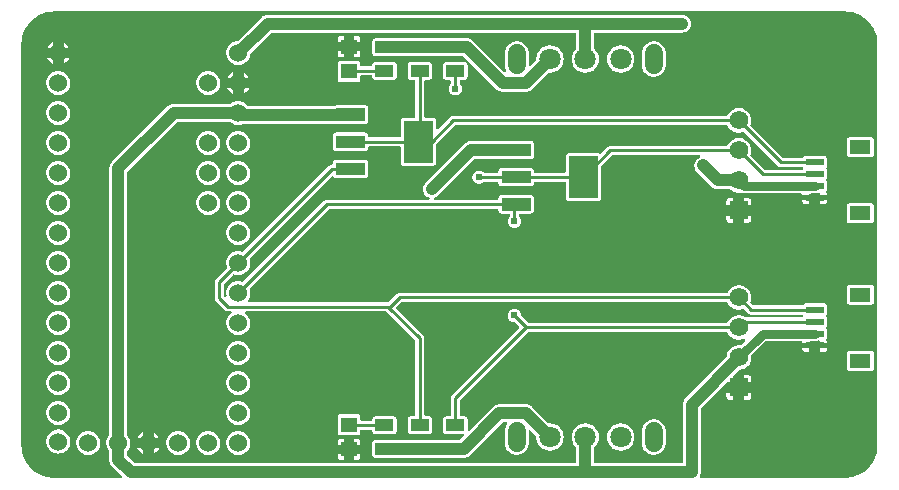
<source format=gtl>
G04 Layer: TopLayer*
G04 EasyEDA v6.4.25, 2022-02-01T03:32:05+11:00*
G04 a67cddfb3fce44daa9051d46cbbcc19f,10*
G04 Gerber Generator version 0.2*
G04 Scale: 100 percent, Rotated: No, Reflected: No *
G04 Dimensions in millimeters *
G04 leading zeros omitted , absolute positions ,4 integer and 5 decimal *
%FSLAX45Y45*%
%MOMM*%

%ADD10C,0.2540*%
%ADD11C,1.0000*%
%ADD12C,0.7500*%
%ADD13C,0.6096*%
%ADD14R,1.5500X1.0000*%
%ADD15R,1.5500X0.6000*%
%ADD16R,1.8000X1.2000*%
%ADD17R,1.3995X1.3005*%
%ADD20R,1.5748X1.5748*%
%ADD21C,1.5748*%
%ADD22C,1.8000*%
%ADD23C,1.5240*%
%ADD24C,1.5000*%

%LPD*%
G36*
X300685Y25908D02*
G01*
X278079Y26822D01*
X256743Y29362D01*
X235610Y33629D01*
X214934Y39471D01*
X194767Y46939D01*
X175209Y55981D01*
X156464Y66548D01*
X138582Y78536D01*
X121716Y91846D01*
X105918Y106476D01*
X91338Y122326D01*
X78028Y139242D01*
X66141Y157124D01*
X55626Y175920D01*
X46634Y195478D01*
X39217Y215696D01*
X33426Y236423D01*
X29260Y257505D01*
X26771Y278892D01*
X25908Y300685D01*
X25908Y3699306D01*
X26822Y3721912D01*
X29362Y3743248D01*
X33629Y3764381D01*
X39471Y3785057D01*
X46939Y3805224D01*
X55981Y3824782D01*
X66548Y3843528D01*
X78536Y3861409D01*
X91846Y3878275D01*
X106476Y3894074D01*
X122326Y3908653D01*
X139242Y3921963D01*
X157124Y3933901D01*
X175920Y3944365D01*
X195478Y3953357D01*
X215696Y3960774D01*
X236423Y3966565D01*
X257505Y3970731D01*
X278892Y3973220D01*
X300685Y3974084D01*
X6999325Y3974084D01*
X7021880Y3973169D01*
X7043267Y3970629D01*
X7064349Y3966413D01*
X7085075Y3960520D01*
X7105243Y3953052D01*
X7124750Y3944010D01*
X7143546Y3933444D01*
X7161428Y3921506D01*
X7178294Y3908145D01*
X7194092Y3893515D01*
X7208672Y3877665D01*
X7221931Y3860749D01*
X7233869Y3842867D01*
X7244384Y3824071D01*
X7253325Y3804513D01*
X7260793Y3784295D01*
X7266584Y3763568D01*
X7270750Y3742486D01*
X7273239Y3721100D01*
X7274102Y3699306D01*
X7274102Y300685D01*
X7273188Y278079D01*
X7270597Y256743D01*
X7266381Y235610D01*
X7260539Y214934D01*
X7253020Y194767D01*
X7244029Y175209D01*
X7233462Y156464D01*
X7221474Y138582D01*
X7208113Y121716D01*
X7193483Y105918D01*
X7177684Y91338D01*
X7160768Y78028D01*
X7142835Y66141D01*
X7124090Y55626D01*
X7104532Y46634D01*
X7084314Y39217D01*
X7063587Y33426D01*
X7042454Y29260D01*
X7021118Y26771D01*
X6999325Y25908D01*
X5778398Y25908D01*
X5774486Y26720D01*
X5771184Y28956D01*
X5769000Y32308D01*
X5768238Y36220D01*
X5769102Y40132D01*
X5770626Y43688D01*
X5772505Y49072D01*
X5773978Y54559D01*
X5775045Y60096D01*
X5775706Y65735D01*
X5775909Y71628D01*
X5775909Y608736D01*
X5776671Y612648D01*
X5778855Y615950D01*
X5996127Y833170D01*
X5999378Y835355D01*
X6003290Y836168D01*
X6054293Y836168D01*
X6054293Y887120D01*
X6055055Y891032D01*
X6057239Y894334D01*
X6100216Y937310D01*
X6103213Y939342D01*
X6106769Y940257D01*
X6113678Y940714D01*
X6127089Y943356D01*
X6140043Y947775D01*
X6152337Y953820D01*
X6163716Y961440D01*
X6173978Y970432D01*
X6183020Y980744D01*
X6190589Y992124D01*
X6196685Y1004366D01*
X6201054Y1017371D01*
X6203746Y1030782D01*
X6204610Y1044448D01*
X6204000Y1053846D01*
X6204661Y1058113D01*
X6206947Y1061720D01*
X6325311Y1180033D01*
X6328613Y1182268D01*
X6332474Y1183030D01*
X6628942Y1183030D01*
X6632803Y1182268D01*
X6636105Y1180033D01*
X6638290Y1176731D01*
X6639102Y1172870D01*
X6639102Y1167790D01*
X6697421Y1167790D01*
X6697421Y1172870D01*
X6698183Y1176731D01*
X6700367Y1180033D01*
X6703669Y1182268D01*
X6707581Y1183030D01*
X6742074Y1183030D01*
X6752945Y1183944D01*
X6763105Y1186484D01*
X6770319Y1189634D01*
X6774383Y1190498D01*
X6777431Y1190498D01*
X6781342Y1189736D01*
X6784644Y1187551D01*
X6786829Y1184249D01*
X6787591Y1180338D01*
X6787591Y1167790D01*
X6845909Y1167790D01*
X6845909Y1175867D01*
X6845198Y1182166D01*
X6843268Y1187653D01*
X6841134Y1191006D01*
X6839762Y1194511D01*
X6839762Y1198321D01*
X6841134Y1201826D01*
X6843268Y1205179D01*
X6845198Y1210665D01*
X6845909Y1216964D01*
X6845909Y1275842D01*
X6845198Y1282192D01*
X6843268Y1287627D01*
X6841134Y1291031D01*
X6839762Y1294536D01*
X6839762Y1298295D01*
X6841134Y1301851D01*
X6843268Y1305204D01*
X6845198Y1310690D01*
X6845909Y1316990D01*
X6845909Y1375867D01*
X6845198Y1382217D01*
X6843268Y1387652D01*
X6841134Y1391056D01*
X6839762Y1394561D01*
X6839762Y1398320D01*
X6841134Y1401826D01*
X6843268Y1405229D01*
X6845198Y1410665D01*
X6845909Y1417015D01*
X6845909Y1475892D01*
X6845198Y1482191D01*
X6843268Y1487678D01*
X6840220Y1492554D01*
X6836105Y1496669D01*
X6831228Y1499717D01*
X6825742Y1501648D01*
X6819442Y1502359D01*
X6665569Y1502359D01*
X6659219Y1501648D01*
X6653784Y1499717D01*
X6648907Y1496669D01*
X6644792Y1492554D01*
X6643065Y1489811D01*
X6640779Y1487271D01*
X6637832Y1485595D01*
X6634429Y1485036D01*
X6226200Y1485036D01*
X6222288Y1485798D01*
X6219037Y1488033D01*
X6200597Y1506423D01*
X6198514Y1509522D01*
X6197650Y1513128D01*
X6198158Y1516837D01*
X6201054Y1525371D01*
X6203746Y1538782D01*
X6204610Y1552448D01*
X6203746Y1566062D01*
X6201054Y1579524D01*
X6196685Y1592478D01*
X6190589Y1604721D01*
X6183020Y1616100D01*
X6173978Y1626412D01*
X6163716Y1635455D01*
X6152337Y1643024D01*
X6140043Y1649069D01*
X6127089Y1653489D01*
X6113678Y1656181D01*
X6100013Y1657045D01*
X6086348Y1656181D01*
X6072936Y1653489D01*
X6059982Y1649069D01*
X6047689Y1643024D01*
X6036310Y1635455D01*
X6025997Y1626412D01*
X6017006Y1616100D01*
X6009386Y1604721D01*
X6005423Y1596745D01*
X6003188Y1593748D01*
X5999988Y1591767D01*
X5996330Y1591056D01*
X3227832Y1591056D01*
X3219805Y1590243D01*
X3212592Y1588058D01*
X3205886Y1584502D01*
X3199688Y1579422D01*
X3137052Y1516583D01*
X3133750Y1514348D01*
X3129838Y1513586D01*
X1952294Y1513586D01*
X1948078Y1514500D01*
X1944624Y1517091D01*
X1942541Y1520850D01*
X1942236Y1525168D01*
X1943760Y1529232D01*
X1951532Y1541373D01*
X1957273Y1553718D01*
X1961286Y1566773D01*
X1963572Y1580184D01*
X1964029Y1593850D01*
X1962657Y1607413D01*
X1959508Y1620672D01*
X1958339Y1623669D01*
X1957679Y1627479D01*
X1958492Y1631238D01*
X1960676Y1634489D01*
X2626004Y2299817D01*
X2629306Y2302052D01*
X2633218Y2302814D01*
X4054957Y2302814D01*
X4058818Y2302052D01*
X4062120Y2299817D01*
X4064304Y2296566D01*
X4065117Y2292654D01*
X4065117Y2289505D01*
X4065828Y2283155D01*
X4067708Y2277719D01*
X4070807Y2272792D01*
X4074871Y2268728D01*
X4079798Y2265629D01*
X4085234Y2263749D01*
X4091584Y2263038D01*
X4151223Y2263038D01*
X4155135Y2262225D01*
X4158386Y2260041D01*
X4160621Y2256739D01*
X4161383Y2252878D01*
X4161383Y2245004D01*
X4160621Y2241092D01*
X4158386Y2237790D01*
X4156811Y2236216D01*
X4151223Y2228189D01*
X4147058Y2219248D01*
X4144518Y2209800D01*
X4143654Y2199995D01*
X4144518Y2190191D01*
X4147058Y2180742D01*
X4151223Y2171801D01*
X4156811Y2163775D01*
X4163771Y2156815D01*
X4171848Y2151176D01*
X4180738Y2147062D01*
X4190237Y2144522D01*
X4199991Y2143658D01*
X4209796Y2144522D01*
X4219295Y2147062D01*
X4228185Y2151176D01*
X4236212Y2156815D01*
X4243171Y2163775D01*
X4248810Y2171801D01*
X4252925Y2180742D01*
X4255516Y2190191D01*
X4256328Y2199995D01*
X4255516Y2209800D01*
X4252925Y2219248D01*
X4248810Y2228189D01*
X4243171Y2236216D01*
X4241596Y2237790D01*
X4239361Y2241092D01*
X4238599Y2245004D01*
X4238599Y2252878D01*
X4239361Y2256739D01*
X4241596Y2260041D01*
X4244848Y2262225D01*
X4248759Y2263038D01*
X4336948Y2263038D01*
X4343247Y2263749D01*
X4348734Y2265629D01*
X4353610Y2268728D01*
X4357725Y2272792D01*
X4360773Y2277719D01*
X4362704Y2283155D01*
X4363415Y2289505D01*
X4363415Y2393340D01*
X4362704Y2399690D01*
X4360773Y2405126D01*
X4357725Y2410053D01*
X4353610Y2414117D01*
X4348734Y2417216D01*
X4343247Y2419146D01*
X4336948Y2419858D01*
X4091584Y2419858D01*
X4085234Y2419146D01*
X4079798Y2417216D01*
X4074871Y2414117D01*
X4070807Y2410053D01*
X4067708Y2405126D01*
X4065828Y2399690D01*
X4065117Y2393340D01*
X4065117Y2390190D01*
X4064304Y2386279D01*
X4062120Y2383028D01*
X4058818Y2380792D01*
X4054957Y2380030D01*
X3528415Y2380030D01*
X3524554Y2380792D01*
X3521303Y2382977D01*
X3519068Y2386228D01*
X3518255Y2390089D01*
X3519017Y2393950D01*
X3521151Y2397252D01*
X3524351Y2399487D01*
X3535426Y2404313D01*
X3545027Y2410358D01*
X3553917Y2418029D01*
X3858463Y2722524D01*
X3861765Y2724759D01*
X3865626Y2725521D01*
X4078427Y2725521D01*
X4081779Y2724962D01*
X4085234Y2723743D01*
X4091584Y2723032D01*
X4336948Y2723032D01*
X4343247Y2723743D01*
X4348734Y2725623D01*
X4353610Y2728722D01*
X4357725Y2732836D01*
X4360773Y2737713D01*
X4362704Y2743200D01*
X4363415Y2749499D01*
X4363415Y2853334D01*
X4362704Y2859684D01*
X4360773Y2865120D01*
X4357725Y2870047D01*
X4353610Y2874111D01*
X4348734Y2877210D01*
X4343247Y2879140D01*
X4336948Y2879852D01*
X4091584Y2879852D01*
X4085234Y2879140D01*
X4081779Y2877921D01*
X4078427Y2877312D01*
X3827322Y2877261D01*
X3818483Y2876448D01*
X3816045Y2876042D01*
X3807460Y2873908D01*
X3805123Y2873146D01*
X3796893Y2869742D01*
X3794709Y2868625D01*
X3787089Y2864053D01*
X3785057Y2862630D01*
X3778250Y2856941D01*
X3446576Y2525369D01*
X3438956Y2516479D01*
X3432911Y2506878D01*
X3428390Y2496464D01*
X3425444Y2485542D01*
X3424174Y2474264D01*
X3424580Y2462936D01*
X3426714Y2451760D01*
X3430422Y2441092D01*
X3435756Y2431034D01*
X3442462Y2421940D01*
X3450488Y2413914D01*
X3459632Y2407158D01*
X3469640Y2401874D01*
X3475634Y2399792D01*
X3479088Y2397709D01*
X3481476Y2394458D01*
X3482441Y2390495D01*
X3481730Y2386533D01*
X3479596Y2383129D01*
X3476244Y2380843D01*
X3472281Y2380030D01*
X2613507Y2380030D01*
X2605481Y2379218D01*
X2598267Y2377033D01*
X2591562Y2373477D01*
X2585364Y2368346D01*
X1906219Y1689201D01*
X1903272Y1687169D01*
X1899869Y1686255D01*
X1896313Y1686610D01*
X1882343Y1690471D01*
X1868830Y1692300D01*
X1855165Y1692300D01*
X1841652Y1690471D01*
X1828495Y1686864D01*
X1815947Y1681530D01*
X1804212Y1674571D01*
X1793544Y1666138D01*
X1784045Y1656334D01*
X1775968Y1645361D01*
X1769414Y1633423D01*
X1764487Y1620672D01*
X1761337Y1607413D01*
X1759966Y1593850D01*
X1760423Y1580184D01*
X1762455Y1568145D01*
X1762302Y1563928D01*
X1760372Y1560118D01*
X1757121Y1557426D01*
X1753006Y1556308D01*
X1748840Y1556969D01*
X1745284Y1559255D01*
X1741627Y1562912D01*
X1739392Y1566214D01*
X1738630Y1570126D01*
X1738630Y1662277D01*
X1739392Y1666189D01*
X1741627Y1669491D01*
X1817979Y1745843D01*
X1821078Y1747977D01*
X1824736Y1748789D01*
X1828495Y1748231D01*
X1835048Y1745945D01*
X1848408Y1743252D01*
X1862023Y1742338D01*
X1875586Y1743252D01*
X1888947Y1745945D01*
X1901850Y1750466D01*
X1914042Y1756613D01*
X1925269Y1764334D01*
X1935378Y1773478D01*
X1944166Y1783892D01*
X1951532Y1795373D01*
X1957273Y1807718D01*
X1961286Y1820773D01*
X1963572Y1834184D01*
X1964029Y1847850D01*
X1962657Y1861413D01*
X1959508Y1874672D01*
X1958339Y1877669D01*
X1957679Y1881479D01*
X1958492Y1885238D01*
X1960676Y1888489D01*
X2651810Y2579674D01*
X2654808Y2581706D01*
X2658313Y2582621D01*
X2661920Y2582214D01*
X2665171Y2580538D01*
X2667609Y2577896D01*
X2670810Y2572816D01*
X2674874Y2568702D01*
X2679801Y2565654D01*
X2685237Y2563723D01*
X2691587Y2563012D01*
X2936951Y2563012D01*
X2943250Y2563723D01*
X2948736Y2565654D01*
X2953613Y2568702D01*
X2957728Y2572816D01*
X2960776Y2577693D01*
X2962706Y2583180D01*
X2963418Y2589479D01*
X2963418Y2693365D01*
X2962706Y2699664D01*
X2960776Y2705150D01*
X2957728Y2710027D01*
X2953613Y2714142D01*
X2948736Y2717190D01*
X2943250Y2719120D01*
X2936951Y2719832D01*
X2691587Y2719832D01*
X2685237Y2719120D01*
X2679801Y2717190D01*
X2674874Y2714142D01*
X2670810Y2710027D01*
X2667711Y2705150D01*
X2665780Y2699664D01*
X2665069Y2693365D01*
X2665069Y2689809D01*
X2664409Y2686151D01*
X2662478Y2682951D01*
X2659481Y2680716D01*
X2655925Y2679700D01*
X2651455Y2679242D01*
X2644241Y2677058D01*
X2637586Y2673502D01*
X2631338Y2668371D01*
X1906219Y1943201D01*
X1903272Y1941169D01*
X1899869Y1940306D01*
X1896313Y1940610D01*
X1882343Y1944471D01*
X1868830Y1946300D01*
X1855165Y1946300D01*
X1841652Y1944471D01*
X1828495Y1940864D01*
X1815947Y1935530D01*
X1804212Y1928571D01*
X1793544Y1920138D01*
X1784045Y1910334D01*
X1775968Y1899361D01*
X1769414Y1887423D01*
X1764487Y1874672D01*
X1761337Y1861413D01*
X1759966Y1847850D01*
X1760423Y1834184D01*
X1762709Y1820773D01*
X1765858Y1810613D01*
X1766265Y1806956D01*
X1765401Y1803400D01*
X1763318Y1800402D01*
X1673098Y1710131D01*
X1667967Y1703933D01*
X1664411Y1697228D01*
X1662226Y1690014D01*
X1661414Y1681988D01*
X1661414Y1550416D01*
X1662226Y1542389D01*
X1664411Y1535176D01*
X1667967Y1528470D01*
X1673098Y1522272D01*
X1747316Y1448054D01*
X1753514Y1442923D01*
X1760220Y1439367D01*
X1767433Y1437182D01*
X1775460Y1436370D01*
X1794967Y1436370D01*
X1799031Y1435506D01*
X1802384Y1433118D01*
X1804568Y1429562D01*
X1805076Y1425397D01*
X1803907Y1421434D01*
X1801266Y1418234D01*
X1793544Y1412138D01*
X1784045Y1402334D01*
X1775968Y1391361D01*
X1769414Y1379423D01*
X1764487Y1366672D01*
X1761337Y1353413D01*
X1759966Y1339850D01*
X1760423Y1326184D01*
X1762709Y1312773D01*
X1766722Y1299718D01*
X1772462Y1287373D01*
X1779828Y1275892D01*
X1788617Y1265478D01*
X1798726Y1256334D01*
X1809953Y1248613D01*
X1822145Y1242466D01*
X1835048Y1237945D01*
X1848408Y1235252D01*
X1862023Y1234338D01*
X1875586Y1235252D01*
X1888947Y1237945D01*
X1901850Y1242466D01*
X1914042Y1248613D01*
X1925269Y1256334D01*
X1935378Y1265478D01*
X1944166Y1275892D01*
X1951532Y1287373D01*
X1957273Y1299718D01*
X1961286Y1312773D01*
X1963572Y1326184D01*
X1964029Y1339850D01*
X1962657Y1353413D01*
X1959508Y1366672D01*
X1954580Y1379423D01*
X1948027Y1391361D01*
X1939950Y1402334D01*
X1930501Y1412138D01*
X1922780Y1418234D01*
X1920087Y1421434D01*
X1918919Y1425397D01*
X1919478Y1429562D01*
X1921611Y1433118D01*
X1924964Y1435506D01*
X1929079Y1436370D01*
X3111195Y1436370D01*
X3115056Y1435608D01*
X3118358Y1433372D01*
X3358438Y1193342D01*
X3360623Y1190040D01*
X3361385Y1186129D01*
X3361385Y557428D01*
X3360623Y553516D01*
X3358438Y550214D01*
X3355136Y548030D01*
X3351225Y547268D01*
X3323031Y547268D01*
X3316732Y546557D01*
X3311245Y544626D01*
X3306368Y541528D01*
X3302254Y537464D01*
X3299206Y532536D01*
X3297275Y527100D01*
X3296564Y520801D01*
X3296564Y421893D01*
X3297275Y415594D01*
X3299206Y410159D01*
X3302254Y405231D01*
X3306368Y401167D01*
X3311245Y398068D01*
X3316732Y396138D01*
X3323031Y395427D01*
X3476904Y395427D01*
X3483203Y396138D01*
X3488690Y398068D01*
X3493566Y401167D01*
X3497681Y405231D01*
X3500729Y410159D01*
X3502660Y415594D01*
X3503371Y421893D01*
X3503371Y520801D01*
X3502660Y527100D01*
X3500729Y532536D01*
X3497681Y537464D01*
X3493566Y541528D01*
X3488690Y544626D01*
X3483203Y546557D01*
X3476904Y547268D01*
X3448761Y547268D01*
X3444900Y548030D01*
X3441598Y550214D01*
X3439363Y553516D01*
X3438601Y557428D01*
X3438601Y1205839D01*
X3437839Y1213866D01*
X3435604Y1221130D01*
X3432048Y1227785D01*
X3426968Y1233982D01*
X3202482Y1458468D01*
X3200298Y1461770D01*
X3199485Y1465630D01*
X3200298Y1469542D01*
X3202482Y1472844D01*
X3240379Y1510842D01*
X3243681Y1513078D01*
X3247593Y1513840D01*
X5996330Y1513840D01*
X5999988Y1513128D01*
X6003188Y1511147D01*
X6005423Y1508150D01*
X6009386Y1500124D01*
X6017006Y1488744D01*
X6025997Y1478432D01*
X6036310Y1469440D01*
X6047689Y1461820D01*
X6059982Y1455775D01*
X6072936Y1451356D01*
X6086348Y1448714D01*
X6100013Y1447800D01*
X6113678Y1448714D01*
X6127089Y1451356D01*
X6135573Y1454251D01*
X6139281Y1454759D01*
X6142939Y1453946D01*
X6146038Y1451813D01*
X6178346Y1419504D01*
X6184595Y1414373D01*
X6191250Y1410817D01*
X6198463Y1408633D01*
X6206490Y1407820D01*
X6634480Y1407820D01*
X6637832Y1407261D01*
X6640779Y1405585D01*
X6643827Y1401826D01*
X6645198Y1398320D01*
X6645198Y1394561D01*
X6643065Y1389786D01*
X6640779Y1387246D01*
X6637832Y1385620D01*
X6634429Y1385062D01*
X6161379Y1385062D01*
X6158433Y1385468D01*
X6155740Y1386738D01*
X6152337Y1389024D01*
X6140043Y1395069D01*
X6127089Y1399489D01*
X6113678Y1402181D01*
X6100013Y1403045D01*
X6086348Y1402181D01*
X6072936Y1399489D01*
X6059982Y1395069D01*
X6047689Y1389024D01*
X6036310Y1381455D01*
X6025997Y1372412D01*
X6017006Y1362100D01*
X6009386Y1350721D01*
X6006185Y1344269D01*
X6003950Y1341272D01*
X6000750Y1339291D01*
X5997092Y1338580D01*
X4320184Y1338580D01*
X4316272Y1339342D01*
X4312970Y1341577D01*
X4259122Y1395425D01*
X4257090Y1398270D01*
X4256176Y1401724D01*
X4255516Y1409801D01*
X4252925Y1419250D01*
X4248810Y1428191D01*
X4243171Y1436217D01*
X4236212Y1443177D01*
X4228185Y1448816D01*
X4219295Y1452930D01*
X4209796Y1455470D01*
X4199991Y1456334D01*
X4190237Y1455470D01*
X4180738Y1452930D01*
X4171848Y1448816D01*
X4163771Y1443177D01*
X4156811Y1436217D01*
X4151223Y1428191D01*
X4147058Y1419250D01*
X4144518Y1409801D01*
X4143654Y1399997D01*
X4144518Y1390192D01*
X4147058Y1380744D01*
X4151223Y1371803D01*
X4156811Y1363776D01*
X4163771Y1356817D01*
X4171848Y1351178D01*
X4180738Y1347063D01*
X4190237Y1344523D01*
X4198162Y1343812D01*
X4201566Y1342898D01*
X4204462Y1340866D01*
X4238193Y1307134D01*
X4240377Y1303883D01*
X4241139Y1299972D01*
X4240377Y1296060D01*
X4238193Y1292809D01*
X3673043Y727659D01*
X3667963Y721410D01*
X3664356Y714756D01*
X3662172Y707542D01*
X3661410Y699516D01*
X3661410Y557428D01*
X3660597Y553516D01*
X3658412Y550214D01*
X3655110Y548030D01*
X3651250Y547268D01*
X3623005Y547268D01*
X3616706Y546557D01*
X3611219Y544626D01*
X3606342Y541528D01*
X3602228Y537464D01*
X3599179Y532536D01*
X3597249Y527100D01*
X3596538Y520801D01*
X3596538Y421893D01*
X3597249Y415594D01*
X3599179Y410159D01*
X3602228Y405231D01*
X3606342Y401167D01*
X3611219Y398068D01*
X3616706Y396138D01*
X3623005Y395427D01*
X3763416Y395427D01*
X3767328Y394665D01*
X3770629Y392480D01*
X3772814Y389178D01*
X3773576Y385267D01*
X3772814Y381406D01*
X3770629Y378104D01*
X3742944Y350418D01*
X3739642Y348183D01*
X3735730Y347421D01*
X3023057Y347319D01*
X3016758Y346608D01*
X3011271Y344728D01*
X3006394Y341630D01*
X3002280Y337515D01*
X2999232Y332638D01*
X2997301Y327202D01*
X2996590Y320852D01*
X2996590Y221996D01*
X2997301Y215696D01*
X2999232Y210210D01*
X3002280Y205333D01*
X3006394Y201218D01*
X3011271Y198120D01*
X3016758Y196240D01*
X3023057Y195529D01*
X3476904Y195427D01*
X3479037Y195630D01*
X3620871Y195630D01*
X3623005Y195427D01*
X3776878Y195427D01*
X3783177Y196138D01*
X3785920Y197053D01*
X3793947Y199034D01*
X3796284Y199796D01*
X3804513Y203200D01*
X3806698Y204317D01*
X3814318Y208940D01*
X3823157Y216001D01*
X4099814Y492607D01*
X4103115Y494842D01*
X4107027Y495604D01*
X4129481Y495604D01*
X4133748Y494639D01*
X4137202Y492048D01*
X4139234Y488188D01*
X4139488Y483819D01*
X4137914Y479806D01*
X4132630Y471881D01*
X4126788Y460044D01*
X4122572Y447548D01*
X4119981Y434593D01*
X4119118Y421081D01*
X4119118Y321767D01*
X4119981Y308254D01*
X4122572Y295300D01*
X4126788Y282803D01*
X4132630Y270967D01*
X4139946Y259994D01*
X4148683Y250088D01*
X4158589Y241401D01*
X4169562Y234035D01*
X4181398Y228244D01*
X4193895Y223977D01*
X4206849Y221386D01*
X4220006Y220522D01*
X4233164Y221386D01*
X4246118Y223977D01*
X4258614Y228244D01*
X4270451Y234035D01*
X4281424Y241401D01*
X4291330Y250088D01*
X4300016Y259994D01*
X4307382Y270967D01*
X4313224Y282803D01*
X4317441Y295300D01*
X4320032Y308254D01*
X4320895Y321767D01*
X4320895Y418541D01*
X4321708Y422452D01*
X4323892Y425754D01*
X4327194Y427939D01*
X4331055Y428701D01*
X4334967Y427939D01*
X4338269Y425754D01*
X4381347Y382574D01*
X4383684Y378968D01*
X4384344Y374751D01*
X4384090Y371449D01*
X4385005Y356920D01*
X4387748Y342595D01*
X4392269Y328777D01*
X4398467Y315620D01*
X4406239Y303326D01*
X4415536Y292100D01*
X4426153Y282143D01*
X4437888Y273558D01*
X4450638Y266547D01*
X4464202Y261213D01*
X4478274Y257606D01*
X4492701Y255778D01*
X4507280Y255778D01*
X4521708Y257606D01*
X4535830Y261213D01*
X4549343Y266547D01*
X4562094Y273558D01*
X4573879Y282143D01*
X4584496Y292100D01*
X4593742Y303326D01*
X4601565Y315620D01*
X4607763Y328777D01*
X4612233Y342595D01*
X4614976Y356920D01*
X4615891Y371449D01*
X4614976Y385927D01*
X4612233Y400253D01*
X4607763Y414070D01*
X4601565Y427278D01*
X4593742Y439521D01*
X4584496Y450748D01*
X4573879Y460705D01*
X4562094Y469290D01*
X4549343Y476300D01*
X4535830Y481634D01*
X4521708Y485241D01*
X4507280Y487070D01*
X4495749Y487070D01*
X4491888Y487883D01*
X4488586Y490067D01*
X4351731Y627024D01*
X4344924Y632663D01*
X4342892Y634085D01*
X4333087Y639826D01*
X4322521Y643991D01*
X4313936Y646125D01*
X4311446Y646531D01*
X4302658Y647344D01*
X4068724Y647344D01*
X4059885Y646531D01*
X4057446Y646125D01*
X4048810Y643991D01*
X4046474Y643229D01*
X4038244Y639826D01*
X4036060Y638708D01*
X4028440Y634085D01*
X4019600Y627024D01*
X3820718Y428193D01*
X3817416Y425958D01*
X3813505Y425196D01*
X3809644Y425958D01*
X3806342Y428193D01*
X3804107Y431495D01*
X3803345Y435356D01*
X3803345Y520801D01*
X3802634Y527100D01*
X3800703Y532536D01*
X3797655Y537464D01*
X3793540Y541528D01*
X3788664Y544626D01*
X3783177Y546557D01*
X3776878Y547268D01*
X3748786Y547268D01*
X3744874Y548030D01*
X3741572Y550214D01*
X3739387Y553516D01*
X3738626Y557428D01*
X3738626Y679805D01*
X3739387Y683717D01*
X3741572Y686968D01*
X4312970Y1258366D01*
X4316272Y1260602D01*
X4320184Y1261364D01*
X5995568Y1261364D01*
X5999226Y1260652D01*
X6002426Y1258671D01*
X6004661Y1255674D01*
X6009386Y1246124D01*
X6017006Y1234744D01*
X6025997Y1224432D01*
X6036310Y1215440D01*
X6047689Y1207820D01*
X6059982Y1201775D01*
X6072936Y1197356D01*
X6086348Y1194714D01*
X6100013Y1193800D01*
X6113678Y1194714D01*
X6127089Y1197356D01*
X6140602Y1201978D01*
X6145123Y1202436D01*
X6149340Y1200912D01*
X6152489Y1197711D01*
X6153962Y1193444D01*
X6153454Y1188974D01*
X6151067Y1185164D01*
X6117285Y1151382D01*
X6113678Y1149045D01*
X6109462Y1148435D01*
X6100013Y1149045D01*
X6086348Y1148181D01*
X6072936Y1145489D01*
X6059982Y1141069D01*
X6047689Y1135024D01*
X6036310Y1127455D01*
X6025997Y1118412D01*
X6017006Y1108100D01*
X6009386Y1096721D01*
X6003340Y1084478D01*
X5998921Y1071524D01*
X5996279Y1058062D01*
X5995822Y1051153D01*
X5994908Y1047597D01*
X5992876Y1044600D01*
X5644489Y696163D01*
X5638800Y689305D01*
X5637377Y687324D01*
X5632805Y679704D01*
X5631688Y677519D01*
X5628284Y669290D01*
X5627522Y666953D01*
X5625388Y658317D01*
X5624982Y655929D01*
X5624118Y647039D01*
X5624068Y157480D01*
X5623306Y153619D01*
X5621121Y150317D01*
X5617819Y148132D01*
X5613908Y147320D01*
X4886045Y147320D01*
X4882184Y148132D01*
X4878882Y150317D01*
X4876698Y153619D01*
X4875885Y157480D01*
X4875885Y279654D01*
X4876749Y283667D01*
X4879086Y287070D01*
X4884470Y292100D01*
X4893767Y303326D01*
X4901539Y315620D01*
X4907737Y328777D01*
X4912258Y342595D01*
X4914950Y356920D01*
X4915865Y371449D01*
X4914950Y385927D01*
X4912258Y400253D01*
X4907737Y414070D01*
X4901539Y427278D01*
X4893767Y439521D01*
X4884470Y450748D01*
X4873853Y460705D01*
X4862118Y469290D01*
X4849368Y476300D01*
X4835804Y481634D01*
X4821732Y485241D01*
X4807254Y487070D01*
X4792726Y487070D01*
X4778298Y485241D01*
X4764176Y481634D01*
X4750663Y476300D01*
X4737912Y469290D01*
X4726127Y460705D01*
X4715510Y450748D01*
X4706264Y439521D01*
X4698441Y427278D01*
X4692243Y414070D01*
X4687773Y400253D01*
X4685030Y385927D01*
X4684115Y371449D01*
X4685030Y356920D01*
X4687773Y342595D01*
X4692243Y328777D01*
X4698441Y315620D01*
X4706264Y303326D01*
X4715510Y292100D01*
X4720894Y287070D01*
X4723231Y283667D01*
X4724095Y279654D01*
X4724095Y157480D01*
X4723333Y153619D01*
X4721098Y150317D01*
X4717796Y148132D01*
X4713935Y147320D01*
X2220722Y147320D01*
X2218232Y147624D01*
X2210358Y149606D01*
X2207920Y150012D01*
X2199081Y150876D01*
X985672Y150926D01*
X981760Y151688D01*
X978458Y153873D01*
X924864Y207467D01*
X922680Y210769D01*
X921918Y214629D01*
X921918Y248716D01*
X922528Y252221D01*
X924306Y255270D01*
X928166Y259892D01*
X935532Y271373D01*
X941273Y283718D01*
X945286Y296773D01*
X947572Y310184D01*
X948029Y323850D01*
X946658Y337413D01*
X943508Y350672D01*
X938580Y363423D01*
X932027Y375361D01*
X923899Y386435D01*
X922426Y389280D01*
X921918Y392480D01*
X921918Y2610358D01*
X922680Y2614218D01*
X924864Y2617520D01*
X1342898Y3035554D01*
X1346200Y3037738D01*
X1350060Y3038500D01*
X1790192Y3038500D01*
X1793798Y3037840D01*
X1796999Y3035909D01*
X1798726Y3034334D01*
X1809953Y3026613D01*
X1822145Y3020466D01*
X1835048Y3015945D01*
X1848408Y3013252D01*
X1862023Y3012338D01*
X1875586Y3013252D01*
X1888947Y3015945D01*
X1900834Y3020110D01*
X1904085Y3020669D01*
X2680411Y3024784D01*
X2685237Y3023717D01*
X2691587Y3023006D01*
X2936951Y3023006D01*
X2943250Y3023717D01*
X2948736Y3025648D01*
X2953613Y3028696D01*
X2957728Y3032810D01*
X2960776Y3037687D01*
X2962706Y3043174D01*
X2963418Y3049473D01*
X2963418Y3153359D01*
X2962706Y3159658D01*
X2960776Y3165144D01*
X2957728Y3170021D01*
X2953613Y3174136D01*
X2948736Y3177235D01*
X2943250Y3179114D01*
X2936951Y3179826D01*
X2691587Y3179826D01*
X2685237Y3179114D01*
X2679649Y3177184D01*
X2676347Y3176574D01*
X1950770Y3172714D01*
X1947621Y3173171D01*
X1944776Y3174593D01*
X1942541Y3176828D01*
X1939950Y3180334D01*
X1930501Y3190138D01*
X1919782Y3198571D01*
X1908048Y3205530D01*
X1895500Y3210864D01*
X1882343Y3214471D01*
X1868830Y3216300D01*
X1855165Y3216300D01*
X1841652Y3214471D01*
X1828495Y3210864D01*
X1815947Y3205530D01*
X1804212Y3198571D01*
X1796542Y3192526D01*
X1793595Y3190900D01*
X1790242Y3190341D01*
X1311757Y3190290D01*
X1302918Y3189478D01*
X1291894Y3186887D01*
X1289558Y3186125D01*
X1281328Y3182721D01*
X1279144Y3181604D01*
X1271524Y3177032D01*
X1269492Y3175609D01*
X1262684Y3169920D01*
X790498Y2697784D01*
X784809Y2690926D01*
X783386Y2688894D01*
X778814Y2681274D01*
X777697Y2679090D01*
X774293Y2670911D01*
X773531Y2668574D01*
X771398Y2659938D01*
X770991Y2657500D01*
X770128Y2648661D01*
X770077Y392480D01*
X769569Y389280D01*
X768096Y386435D01*
X759968Y375361D01*
X753414Y363423D01*
X748487Y350672D01*
X745337Y337413D01*
X743966Y323850D01*
X744423Y310184D01*
X746709Y296773D01*
X750722Y283718D01*
X756462Y271373D01*
X763828Y259892D01*
X767689Y255270D01*
X769467Y252221D01*
X770077Y248716D01*
X770128Y176377D01*
X770991Y167487D01*
X771398Y165100D01*
X773531Y156464D01*
X774293Y154127D01*
X777697Y145897D01*
X778814Y143713D01*
X783386Y136093D01*
X784809Y134061D01*
X790498Y127254D01*
X874420Y43230D01*
X876604Y39979D01*
X877366Y36068D01*
X876604Y32156D01*
X874420Y28905D01*
X871118Y26670D01*
X867206Y25908D01*
G37*

%LPC*%
G36*
X6145733Y2185771D02*
G01*
X6178194Y2185771D01*
X6184493Y2186482D01*
X6189929Y2188413D01*
X6194856Y2191461D01*
X6198920Y2195576D01*
X6202019Y2200452D01*
X6203950Y2205939D01*
X6204661Y2212238D01*
X6204661Y2244699D01*
X6145733Y2244699D01*
G37*
G36*
X2704134Y3715308D02*
G01*
X2758643Y3715308D01*
X2758643Y3767378D01*
X2730601Y3767378D01*
X2724251Y3766667D01*
X2718816Y3764787D01*
X2713888Y3761689D01*
X2709824Y3757574D01*
X2706725Y3752697D01*
X2704846Y3747211D01*
X2704134Y3740912D01*
G37*
G36*
X2841345Y3715308D02*
G01*
X2895904Y3715308D01*
X2895904Y3740912D01*
X2895193Y3747211D01*
X2893263Y3752697D01*
X2890164Y3757574D01*
X2886100Y3761689D01*
X2881172Y3764787D01*
X2875737Y3766667D01*
X2869387Y3767378D01*
X2841345Y3767378D01*
G37*
G36*
X2730601Y175463D02*
G01*
X2758643Y175463D01*
X2758643Y227533D01*
X2704134Y227533D01*
X2704134Y201930D01*
X2704846Y195630D01*
X2706725Y190144D01*
X2709824Y185267D01*
X2713888Y181152D01*
X2718816Y178104D01*
X2724251Y176174D01*
G37*
G36*
X2841345Y175463D02*
G01*
X2869387Y175463D01*
X2875737Y176174D01*
X2881172Y178104D01*
X2886100Y181152D01*
X2890164Y185267D01*
X2893263Y190144D01*
X2895193Y195630D01*
X2895904Y201930D01*
X2895904Y227533D01*
X2841345Y227533D01*
G37*
G36*
X246227Y3666896D02*
G01*
X293573Y3666896D01*
X293573Y3714191D01*
X291947Y3713530D01*
X280212Y3706571D01*
X269544Y3698138D01*
X260045Y3688334D01*
X251967Y3677361D01*
G37*
G36*
X382473Y3666896D02*
G01*
X429768Y3666896D01*
X424027Y3677361D01*
X415950Y3688334D01*
X406501Y3698138D01*
X395782Y3706571D01*
X384048Y3713530D01*
X382473Y3714191D01*
G37*
G36*
X1862023Y218338D02*
G01*
X1875586Y219252D01*
X1888947Y221945D01*
X1901850Y226466D01*
X1914042Y232613D01*
X1925269Y240334D01*
X1935378Y249478D01*
X1944166Y259892D01*
X1951532Y271373D01*
X1957273Y283718D01*
X1961286Y296773D01*
X1963572Y310184D01*
X1964029Y323850D01*
X1962657Y337413D01*
X1959508Y350672D01*
X1954580Y363423D01*
X1948027Y375361D01*
X1939950Y386334D01*
X1930501Y396138D01*
X1919782Y404571D01*
X1908048Y411530D01*
X1895500Y416864D01*
X1882343Y420471D01*
X1868830Y422300D01*
X1855165Y422300D01*
X1841652Y420471D01*
X1828495Y416864D01*
X1815947Y411530D01*
X1804212Y404571D01*
X1793544Y396138D01*
X1784045Y386334D01*
X1775968Y375361D01*
X1769414Y363423D01*
X1764487Y350672D01*
X1761337Y337413D01*
X1759966Y323850D01*
X1760423Y310184D01*
X1762709Y296773D01*
X1766722Y283718D01*
X1772462Y271373D01*
X1779828Y259892D01*
X1788617Y249478D01*
X1798726Y240334D01*
X1809953Y232613D01*
X1822145Y226466D01*
X1835048Y221945D01*
X1848408Y219252D01*
G37*
G36*
X1608023Y218338D02*
G01*
X1621586Y219252D01*
X1634947Y221945D01*
X1647850Y226466D01*
X1660042Y232613D01*
X1671269Y240334D01*
X1681378Y249478D01*
X1690166Y259892D01*
X1697532Y271373D01*
X1703273Y283718D01*
X1707286Y296773D01*
X1709572Y310184D01*
X1710029Y323850D01*
X1708657Y337413D01*
X1705508Y350672D01*
X1700580Y363423D01*
X1694027Y375361D01*
X1685950Y386334D01*
X1676501Y396138D01*
X1665782Y404571D01*
X1654048Y411530D01*
X1641500Y416864D01*
X1628343Y420471D01*
X1614830Y422300D01*
X1601165Y422300D01*
X1587652Y420471D01*
X1574495Y416864D01*
X1561947Y411530D01*
X1550212Y404571D01*
X1539544Y396138D01*
X1530045Y386334D01*
X1521968Y375361D01*
X1515414Y363423D01*
X1510487Y350672D01*
X1507337Y337413D01*
X1505966Y323850D01*
X1506423Y310184D01*
X1508709Y296773D01*
X1512722Y283718D01*
X1518462Y271373D01*
X1525828Y259892D01*
X1534617Y249478D01*
X1544726Y240334D01*
X1555953Y232613D01*
X1568145Y226466D01*
X1581048Y221945D01*
X1594408Y219252D01*
G37*
G36*
X592023Y218338D02*
G01*
X605586Y219252D01*
X618947Y221945D01*
X631850Y226466D01*
X644042Y232613D01*
X655269Y240334D01*
X665378Y249478D01*
X674166Y259892D01*
X681532Y271373D01*
X687273Y283718D01*
X691286Y296773D01*
X693572Y310184D01*
X694029Y323850D01*
X692658Y337413D01*
X689508Y350672D01*
X684580Y363423D01*
X678027Y375361D01*
X669950Y386334D01*
X660501Y396138D01*
X649782Y404571D01*
X638048Y411530D01*
X625500Y416864D01*
X612343Y420471D01*
X598830Y422300D01*
X585165Y422300D01*
X571652Y420471D01*
X558495Y416864D01*
X545947Y411530D01*
X534212Y404571D01*
X523544Y396138D01*
X514045Y386334D01*
X505968Y375361D01*
X499414Y363423D01*
X494487Y350672D01*
X491337Y337413D01*
X489966Y323850D01*
X490423Y310184D01*
X492709Y296773D01*
X496722Y283718D01*
X502462Y271373D01*
X509828Y259892D01*
X518617Y249478D01*
X528726Y240334D01*
X539953Y232613D01*
X552145Y226466D01*
X565048Y221945D01*
X578408Y219252D01*
G37*
G36*
X1354023Y218338D02*
G01*
X1367586Y219252D01*
X1380947Y221945D01*
X1393850Y226466D01*
X1406042Y232613D01*
X1417269Y240334D01*
X1427378Y249478D01*
X1436166Y259892D01*
X1443532Y271373D01*
X1449273Y283718D01*
X1453286Y296773D01*
X1455572Y310184D01*
X1456029Y323850D01*
X1454658Y337413D01*
X1451508Y350672D01*
X1446580Y363423D01*
X1440027Y375361D01*
X1431950Y386334D01*
X1422501Y396138D01*
X1411782Y404571D01*
X1400048Y411530D01*
X1387500Y416864D01*
X1374343Y420471D01*
X1360830Y422300D01*
X1347165Y422300D01*
X1333652Y420471D01*
X1320495Y416864D01*
X1307947Y411530D01*
X1296212Y404571D01*
X1285544Y396138D01*
X1276045Y386334D01*
X1267968Y375361D01*
X1261414Y363423D01*
X1256487Y350672D01*
X1253337Y337413D01*
X1251966Y323850D01*
X1252423Y310184D01*
X1254709Y296773D01*
X1258722Y283718D01*
X1264462Y271373D01*
X1271828Y259892D01*
X1280617Y249478D01*
X1290726Y240334D01*
X1301953Y232613D01*
X1314145Y226466D01*
X1327048Y221945D01*
X1340408Y219252D01*
G37*
G36*
X5380024Y220522D02*
G01*
X5393182Y221386D01*
X5406136Y223977D01*
X5418582Y228244D01*
X5430418Y234035D01*
X5441391Y241401D01*
X5451348Y250088D01*
X5460034Y259994D01*
X5467350Y270967D01*
X5473192Y282803D01*
X5477459Y295300D01*
X5479999Y308254D01*
X5480913Y321767D01*
X5480913Y421081D01*
X5479999Y434593D01*
X5477459Y447548D01*
X5473192Y460044D01*
X5467350Y471881D01*
X5460034Y482854D01*
X5451348Y492759D01*
X5441391Y501446D01*
X5430418Y508812D01*
X5418582Y514654D01*
X5406136Y518871D01*
X5393182Y521462D01*
X5380024Y522325D01*
X5366816Y521462D01*
X5353913Y518871D01*
X5341416Y514654D01*
X5329580Y508812D01*
X5318607Y501446D01*
X5308650Y492759D01*
X5299964Y482854D01*
X5292648Y471881D01*
X5286806Y460044D01*
X5282539Y447548D01*
X5279999Y434593D01*
X5279085Y421081D01*
X5279085Y321767D01*
X5279999Y308254D01*
X5282539Y295300D01*
X5286806Y282803D01*
X5292648Y270967D01*
X5299964Y259994D01*
X5308650Y250088D01*
X5318607Y241401D01*
X5329580Y234035D01*
X5341416Y228244D01*
X5353913Y223977D01*
X5366816Y221386D01*
G37*
G36*
X2841345Y3585514D02*
G01*
X2869387Y3585514D01*
X2875737Y3586226D01*
X2881172Y3588156D01*
X2886100Y3591204D01*
X2890164Y3595319D01*
X2893263Y3600196D01*
X2895193Y3605682D01*
X2895904Y3611981D01*
X2895904Y3637584D01*
X2841345Y3637584D01*
G37*
G36*
X1144473Y228752D02*
G01*
X1152042Y232613D01*
X1163269Y240334D01*
X1173378Y249478D01*
X1182166Y259892D01*
X1189532Y271373D01*
X1191666Y275996D01*
X1144473Y275996D01*
G37*
G36*
X1055573Y228752D02*
G01*
X1055573Y275996D01*
X1008329Y275996D01*
X1010462Y271373D01*
X1017828Y259892D01*
X1026617Y249478D01*
X1036726Y240334D01*
X1047953Y232613D01*
G37*
G36*
X338023Y231038D02*
G01*
X351586Y231952D01*
X364947Y234645D01*
X377850Y239166D01*
X390042Y245313D01*
X401269Y253034D01*
X411378Y262178D01*
X420166Y272592D01*
X427532Y284073D01*
X433273Y296418D01*
X437286Y309473D01*
X439572Y322884D01*
X440029Y336550D01*
X438658Y350113D01*
X435508Y363372D01*
X430580Y376123D01*
X424027Y388061D01*
X415950Y399034D01*
X406501Y408838D01*
X395782Y417271D01*
X384048Y424230D01*
X371500Y429564D01*
X358343Y433171D01*
X344830Y435000D01*
X331165Y435000D01*
X317652Y433171D01*
X304495Y429564D01*
X291947Y424230D01*
X280212Y417271D01*
X269544Y408838D01*
X260045Y399034D01*
X251967Y388061D01*
X245414Y376123D01*
X240487Y363372D01*
X237337Y350113D01*
X235966Y336550D01*
X236423Y322884D01*
X238709Y309473D01*
X242722Y296418D01*
X248462Y284073D01*
X255828Y272592D01*
X264617Y262178D01*
X274726Y253034D01*
X285953Y245313D01*
X298145Y239166D01*
X311048Y234645D01*
X324408Y231952D01*
G37*
G36*
X5092700Y255778D02*
G01*
X5107279Y255778D01*
X5121706Y257606D01*
X5135829Y261213D01*
X5149342Y266547D01*
X5162092Y273558D01*
X5173878Y282143D01*
X5184495Y292100D01*
X5193741Y303326D01*
X5201564Y315620D01*
X5207762Y328777D01*
X5212232Y342595D01*
X5214975Y356920D01*
X5215890Y371449D01*
X5214975Y385927D01*
X5212232Y400253D01*
X5207762Y414070D01*
X5201564Y427278D01*
X5193741Y439521D01*
X5184495Y450748D01*
X5173878Y460705D01*
X5162092Y469290D01*
X5149342Y476300D01*
X5135829Y481634D01*
X5121706Y485241D01*
X5107279Y487070D01*
X5092700Y487070D01*
X5078272Y485241D01*
X5064201Y481634D01*
X5050637Y476300D01*
X5037886Y469290D01*
X5026152Y460705D01*
X5015534Y450748D01*
X5006238Y439521D01*
X4998466Y427278D01*
X4992268Y414070D01*
X4987747Y400253D01*
X4985004Y385927D01*
X4984089Y371449D01*
X4985004Y356920D01*
X4987747Y342595D01*
X4992268Y328777D01*
X4998466Y315620D01*
X5006238Y303326D01*
X5015534Y292100D01*
X5026152Y282143D01*
X5037886Y273558D01*
X5050637Y266547D01*
X5064201Y261213D01*
X5078272Y257606D01*
G37*
G36*
X2730601Y3585514D02*
G01*
X2758643Y3585514D01*
X2758643Y3637584D01*
X2704134Y3637584D01*
X2704134Y3611981D01*
X2704846Y3605682D01*
X2706725Y3600196D01*
X2709824Y3595319D01*
X2713888Y3591204D01*
X2718816Y3588156D01*
X2724251Y3586226D01*
G37*
G36*
X2841345Y305257D02*
G01*
X2895904Y305257D01*
X2895904Y330860D01*
X2895193Y337159D01*
X2893263Y342646D01*
X2890164Y347522D01*
X2886100Y351637D01*
X2881172Y354685D01*
X2875737Y356616D01*
X2869387Y357327D01*
X2841345Y357327D01*
G37*
G36*
X2704134Y305257D02*
G01*
X2758643Y305257D01*
X2758643Y357327D01*
X2730601Y357327D01*
X2724251Y356616D01*
X2718816Y354685D01*
X2713888Y351637D01*
X2709824Y347522D01*
X2706725Y342646D01*
X2704846Y337159D01*
X2704134Y330860D01*
G37*
G36*
X1144473Y364896D02*
G01*
X1191768Y364896D01*
X1186027Y375361D01*
X1177950Y386334D01*
X1168501Y396138D01*
X1157782Y404571D01*
X1146048Y411530D01*
X1144473Y412191D01*
G37*
G36*
X1008227Y364896D02*
G01*
X1055573Y364896D01*
X1055573Y412191D01*
X1053947Y411530D01*
X1042212Y404571D01*
X1031544Y396138D01*
X1022045Y386334D01*
X1013968Y375361D01*
G37*
G36*
X2730601Y385521D02*
G01*
X2869387Y385521D01*
X2875737Y386232D01*
X2881172Y388162D01*
X2886100Y391210D01*
X2890164Y395325D01*
X2893263Y400202D01*
X2895193Y405688D01*
X2895904Y411988D01*
X2895904Y422656D01*
X2896666Y426567D01*
X2898851Y429869D01*
X2902153Y432054D01*
X2906064Y432816D01*
X2986430Y432816D01*
X2990088Y432155D01*
X2993237Y430174D01*
X2995523Y427228D01*
X2996539Y423672D01*
X2997352Y415594D01*
X2999232Y410209D01*
X3002280Y405333D01*
X3006394Y401218D01*
X3011271Y398119D01*
X3016758Y396240D01*
X3023057Y395528D01*
X3176930Y395528D01*
X3183229Y396240D01*
X3188716Y398119D01*
X3193592Y401218D01*
X3197707Y405333D01*
X3200806Y410209D01*
X3202686Y415696D01*
X3203397Y421995D01*
X3203397Y520852D01*
X3202686Y527202D01*
X3200806Y532638D01*
X3197707Y537514D01*
X3193592Y541629D01*
X3188716Y544728D01*
X3183229Y546608D01*
X3176930Y547319D01*
X3023057Y547319D01*
X3016758Y546608D01*
X3011271Y544728D01*
X3006394Y541629D01*
X3002280Y537514D01*
X2999232Y532638D01*
X2997352Y527253D01*
X2996539Y519226D01*
X2995523Y515620D01*
X2993237Y512673D01*
X2990088Y510743D01*
X2986430Y510032D01*
X2906064Y510032D01*
X2902153Y510793D01*
X2898851Y513029D01*
X2896666Y516331D01*
X2895904Y520192D01*
X2895904Y540918D01*
X2895193Y547217D01*
X2893263Y552704D01*
X2890164Y557580D01*
X2886100Y561695D01*
X2881172Y564743D01*
X2875737Y566674D01*
X2869387Y567385D01*
X2730601Y567385D01*
X2724251Y566674D01*
X2718816Y564743D01*
X2713888Y561695D01*
X2709824Y557580D01*
X2706725Y552704D01*
X2704846Y547217D01*
X2704134Y540918D01*
X2704134Y411988D01*
X2704846Y405688D01*
X2706725Y400202D01*
X2709824Y395325D01*
X2713888Y391210D01*
X2718816Y388162D01*
X2724251Y386232D01*
G37*
G36*
X382473Y3530752D02*
G01*
X390042Y3534613D01*
X401269Y3542334D01*
X411378Y3551478D01*
X420166Y3561892D01*
X427532Y3573373D01*
X429666Y3577996D01*
X382473Y3577996D01*
G37*
G36*
X293573Y3530752D02*
G01*
X293573Y3577996D01*
X246329Y3577996D01*
X248462Y3573373D01*
X255828Y3561892D01*
X264617Y3551478D01*
X274726Y3542334D01*
X285953Y3534613D01*
G37*
G36*
X4792726Y3455771D02*
G01*
X4807254Y3455771D01*
X4821732Y3457600D01*
X4835804Y3461207D01*
X4849368Y3466592D01*
X4862118Y3473602D01*
X4873853Y3482136D01*
X4884470Y3492093D01*
X4893767Y3503320D01*
X4901539Y3515614D01*
X4907737Y3528771D01*
X4912258Y3542588D01*
X4914950Y3556914D01*
X4915865Y3571443D01*
X4914950Y3585972D01*
X4912258Y3600246D01*
X4907737Y3614064D01*
X4901539Y3627272D01*
X4893767Y3639565D01*
X4884470Y3650742D01*
X4879086Y3655822D01*
X4876749Y3659174D01*
X4875885Y3663187D01*
X4875885Y3785362D01*
X4876698Y3789222D01*
X4878882Y3792524D01*
X4882184Y3794760D01*
X4886045Y3795522D01*
X5618734Y3795522D01*
X5630418Y3796385D01*
X5641492Y3798925D01*
X5652008Y3803040D01*
X5661863Y3808729D01*
X5670702Y3815791D01*
X5678424Y3824122D01*
X5684824Y3833469D01*
X5689752Y3843680D01*
X5693105Y3854551D01*
X5694781Y3865778D01*
X5694781Y3877106D01*
X5693105Y3888333D01*
X5689752Y3899154D01*
X5684824Y3909364D01*
X5678424Y3918712D01*
X5670702Y3927043D01*
X5661863Y3934104D01*
X5652008Y3939794D01*
X5641492Y3943908D01*
X5630418Y3946448D01*
X5618734Y3947312D01*
X2108352Y3947261D01*
X2099513Y3946448D01*
X2097074Y3946042D01*
X2088438Y3943908D01*
X2086102Y3943146D01*
X2077923Y3939743D01*
X2075688Y3938625D01*
X2068068Y3934053D01*
X2066086Y3932631D01*
X2059228Y3926941D01*
X1859127Y3726942D01*
X1856486Y3725011D01*
X1853336Y3724046D01*
X1841652Y3722471D01*
X1828495Y3718864D01*
X1815947Y3713530D01*
X1804212Y3706571D01*
X1793544Y3698138D01*
X1784045Y3688334D01*
X1775968Y3677361D01*
X1769414Y3665423D01*
X1764487Y3652672D01*
X1761337Y3639413D01*
X1759966Y3625850D01*
X1760423Y3612184D01*
X1762709Y3598773D01*
X1766722Y3585718D01*
X1772462Y3573373D01*
X1779828Y3561892D01*
X1788617Y3551478D01*
X1798726Y3542334D01*
X1809953Y3534613D01*
X1822145Y3528466D01*
X1835048Y3523945D01*
X1848408Y3521252D01*
X1862023Y3520338D01*
X1875586Y3521252D01*
X1888947Y3523945D01*
X1901850Y3528466D01*
X1914042Y3534613D01*
X1925269Y3542334D01*
X1935378Y3551478D01*
X1944166Y3561892D01*
X1951532Y3573373D01*
X1957273Y3585718D01*
X1961286Y3598773D01*
X1963572Y3612794D01*
X1964436Y3616502D01*
X1966569Y3619652D01*
X2139492Y3792524D01*
X2142744Y3794760D01*
X2146655Y3795522D01*
X4713935Y3795522D01*
X4717796Y3794760D01*
X4721098Y3792524D01*
X4723333Y3789222D01*
X4724095Y3785362D01*
X4724095Y3663187D01*
X4723231Y3659174D01*
X4720894Y3655771D01*
X4715510Y3650742D01*
X4706264Y3639565D01*
X4698441Y3627272D01*
X4692243Y3614064D01*
X4687773Y3600246D01*
X4685030Y3585972D01*
X4684115Y3571443D01*
X4685030Y3556914D01*
X4687773Y3542588D01*
X4692243Y3528771D01*
X4698441Y3515614D01*
X4706264Y3503320D01*
X4715510Y3492093D01*
X4726127Y3482136D01*
X4737912Y3473602D01*
X4750663Y3466592D01*
X4764176Y3461207D01*
X4778298Y3457600D01*
G37*
G36*
X1862023Y472338D02*
G01*
X1875586Y473252D01*
X1888947Y475945D01*
X1901850Y480466D01*
X1914042Y486613D01*
X1925269Y494334D01*
X1935378Y503478D01*
X1944166Y513892D01*
X1951532Y525373D01*
X1957273Y537718D01*
X1961286Y550773D01*
X1963572Y564184D01*
X1964029Y577850D01*
X1962657Y591413D01*
X1959508Y604672D01*
X1954580Y617423D01*
X1948027Y629361D01*
X1939950Y640334D01*
X1930501Y650138D01*
X1919782Y658571D01*
X1908048Y665530D01*
X1895500Y670864D01*
X1882343Y674471D01*
X1868830Y676300D01*
X1855165Y676300D01*
X1841652Y674471D01*
X1828495Y670864D01*
X1815947Y665530D01*
X1804212Y658571D01*
X1793544Y650138D01*
X1784045Y640334D01*
X1775968Y629361D01*
X1769414Y617423D01*
X1764487Y604672D01*
X1761337Y591413D01*
X1759966Y577850D01*
X1760423Y564184D01*
X1762709Y550773D01*
X1766722Y537718D01*
X1772462Y525373D01*
X1779828Y513892D01*
X1788617Y503478D01*
X1798726Y494334D01*
X1809953Y486613D01*
X1822145Y480466D01*
X1835048Y475945D01*
X1848408Y473252D01*
G37*
G36*
X338023Y472338D02*
G01*
X351586Y473252D01*
X364947Y475945D01*
X377850Y480466D01*
X390042Y486613D01*
X401269Y494334D01*
X411378Y503478D01*
X420166Y513892D01*
X427532Y525373D01*
X433273Y537718D01*
X437286Y550773D01*
X439572Y564184D01*
X440029Y577850D01*
X438658Y591413D01*
X435508Y604672D01*
X430580Y617423D01*
X424027Y629361D01*
X415950Y640334D01*
X406501Y650138D01*
X395782Y658571D01*
X384048Y665530D01*
X371500Y670864D01*
X358343Y674471D01*
X344830Y676300D01*
X331165Y676300D01*
X317652Y674471D01*
X304495Y670864D01*
X291947Y665530D01*
X280212Y658571D01*
X269544Y650138D01*
X260045Y640334D01*
X251967Y629361D01*
X245414Y617423D01*
X240487Y604672D01*
X237337Y591413D01*
X235966Y577850D01*
X236423Y564184D01*
X238709Y550773D01*
X242722Y537718D01*
X248462Y525373D01*
X255828Y513892D01*
X264617Y503478D01*
X274726Y494334D01*
X285953Y486613D01*
X298145Y480466D01*
X311048Y475945D01*
X324408Y473252D01*
G37*
G36*
X5092700Y3455771D02*
G01*
X5107279Y3455771D01*
X5121706Y3457600D01*
X5135829Y3461207D01*
X5149342Y3466592D01*
X5162092Y3473602D01*
X5173878Y3482136D01*
X5184495Y3492093D01*
X5193741Y3503320D01*
X5201564Y3515614D01*
X5207762Y3528771D01*
X5212232Y3542588D01*
X5214975Y3556914D01*
X5215890Y3571443D01*
X5214975Y3585972D01*
X5212232Y3600246D01*
X5207762Y3614064D01*
X5201564Y3627272D01*
X5193741Y3639565D01*
X5184495Y3650742D01*
X5173878Y3660698D01*
X5162092Y3669284D01*
X5149342Y3676294D01*
X5135829Y3681628D01*
X5121706Y3685286D01*
X5107279Y3687064D01*
X5092700Y3687064D01*
X5078272Y3685286D01*
X5064201Y3681628D01*
X5050637Y3676294D01*
X5037886Y3669284D01*
X5026152Y3660698D01*
X5015534Y3650742D01*
X5006238Y3639565D01*
X4998466Y3627272D01*
X4992268Y3614064D01*
X4987747Y3600246D01*
X4985004Y3585972D01*
X4984089Y3571443D01*
X4985004Y3556914D01*
X4987747Y3542588D01*
X4992268Y3528771D01*
X4998466Y3515614D01*
X5006238Y3503320D01*
X5015534Y3492093D01*
X5026152Y3482136D01*
X5037886Y3473602D01*
X5050637Y3466592D01*
X5064201Y3461207D01*
X5078272Y3457600D01*
G37*
G36*
X6145733Y685800D02*
G01*
X6178194Y685800D01*
X6184493Y686511D01*
X6189929Y688390D01*
X6194856Y691489D01*
X6198920Y695553D01*
X6202019Y700481D01*
X6203950Y705916D01*
X6204661Y712266D01*
X6204661Y744728D01*
X6145733Y744728D01*
G37*
G36*
X6021832Y685800D02*
G01*
X6054293Y685800D01*
X6054293Y744728D01*
X5995365Y744728D01*
X5995365Y712266D01*
X5996076Y705916D01*
X5997956Y700481D01*
X6001054Y695553D01*
X6005169Y691489D01*
X6010046Y688390D01*
X6015532Y686511D01*
G37*
G36*
X1862023Y726338D02*
G01*
X1875586Y727252D01*
X1888947Y729945D01*
X1901850Y734466D01*
X1914042Y740613D01*
X1925269Y748334D01*
X1935378Y757478D01*
X1944166Y767892D01*
X1951532Y779373D01*
X1957273Y791718D01*
X1961286Y804773D01*
X1963572Y818184D01*
X1964029Y831850D01*
X1962657Y845413D01*
X1959508Y858672D01*
X1954580Y871423D01*
X1948027Y883361D01*
X1939950Y894334D01*
X1930501Y904138D01*
X1919782Y912571D01*
X1908048Y919530D01*
X1895500Y924864D01*
X1882343Y928471D01*
X1868830Y930300D01*
X1855165Y930300D01*
X1841652Y928471D01*
X1828495Y924864D01*
X1815947Y919530D01*
X1804212Y912571D01*
X1793544Y904138D01*
X1784045Y894334D01*
X1775968Y883361D01*
X1769414Y871423D01*
X1764487Y858672D01*
X1761337Y845413D01*
X1759966Y831850D01*
X1760423Y818184D01*
X1762709Y804773D01*
X1766722Y791718D01*
X1772462Y779373D01*
X1779828Y767892D01*
X1788617Y757478D01*
X1798726Y748334D01*
X1809953Y740613D01*
X1822145Y734466D01*
X1835048Y729945D01*
X1848408Y727252D01*
G37*
G36*
X338023Y726338D02*
G01*
X351586Y727252D01*
X364947Y729945D01*
X377850Y734466D01*
X390042Y740613D01*
X401269Y748334D01*
X411378Y757478D01*
X420166Y767892D01*
X427532Y779373D01*
X433273Y791718D01*
X437286Y804773D01*
X439572Y818184D01*
X440029Y831850D01*
X438658Y845413D01*
X435508Y858672D01*
X430580Y871423D01*
X424027Y883361D01*
X415950Y894334D01*
X406501Y904138D01*
X395782Y912571D01*
X384048Y919530D01*
X371500Y924864D01*
X358343Y928471D01*
X344830Y930300D01*
X331165Y930300D01*
X317652Y928471D01*
X304495Y924864D01*
X291947Y919530D01*
X280212Y912571D01*
X269544Y904138D01*
X260045Y894334D01*
X251967Y883361D01*
X245414Y871423D01*
X240487Y858672D01*
X237337Y845413D01*
X235966Y831850D01*
X236423Y818184D01*
X238709Y804773D01*
X242722Y791718D01*
X248462Y779373D01*
X255828Y767892D01*
X264617Y757478D01*
X274726Y748334D01*
X285953Y740613D01*
X298145Y734466D01*
X311048Y729945D01*
X324408Y727252D01*
G37*
G36*
X6145733Y836168D02*
G01*
X6204661Y836168D01*
X6204661Y868578D01*
X6203950Y874928D01*
X6202019Y880364D01*
X6198920Y885291D01*
X6194856Y889355D01*
X6189929Y892454D01*
X6184493Y894384D01*
X6178194Y895096D01*
X6145733Y895096D01*
G37*
G36*
X7040575Y930503D02*
G01*
X7219442Y930503D01*
X7225741Y931214D01*
X7231227Y933145D01*
X7236104Y936193D01*
X7240219Y940308D01*
X7243267Y945184D01*
X7245197Y950671D01*
X7245908Y956970D01*
X7245908Y1075842D01*
X7245197Y1082192D01*
X7243267Y1087628D01*
X7240219Y1092555D01*
X7236104Y1096619D01*
X7231227Y1099718D01*
X7225741Y1101598D01*
X7219442Y1102309D01*
X7040575Y1102309D01*
X7034225Y1101598D01*
X7028789Y1099718D01*
X7023862Y1096619D01*
X7019798Y1092555D01*
X7016699Y1087628D01*
X7014819Y1082192D01*
X7014108Y1075842D01*
X7014108Y956970D01*
X7014819Y950671D01*
X7016699Y945184D01*
X7019798Y940308D01*
X7023862Y936193D01*
X7028789Y933145D01*
X7034225Y931214D01*
G37*
G36*
X1862023Y980338D02*
G01*
X1875586Y981252D01*
X1888947Y983945D01*
X1901850Y988466D01*
X1914042Y994613D01*
X1925269Y1002334D01*
X1935378Y1011478D01*
X1944166Y1021892D01*
X1951532Y1033373D01*
X1957273Y1045718D01*
X1961286Y1058773D01*
X1963572Y1072184D01*
X1964029Y1085850D01*
X1962657Y1099413D01*
X1959508Y1112672D01*
X1954580Y1125423D01*
X1948027Y1137361D01*
X1939950Y1148334D01*
X1930501Y1158138D01*
X1919782Y1166571D01*
X1908048Y1173530D01*
X1895500Y1178864D01*
X1882343Y1182471D01*
X1868830Y1184300D01*
X1855165Y1184300D01*
X1841652Y1182471D01*
X1828495Y1178864D01*
X1815947Y1173530D01*
X1804212Y1166571D01*
X1793544Y1158138D01*
X1784045Y1148334D01*
X1775968Y1137361D01*
X1769414Y1125423D01*
X1764487Y1112672D01*
X1761337Y1099413D01*
X1759966Y1085850D01*
X1760423Y1072184D01*
X1762709Y1058773D01*
X1766722Y1045718D01*
X1772462Y1033373D01*
X1779828Y1021892D01*
X1788617Y1011478D01*
X1798726Y1002334D01*
X1809953Y994613D01*
X1822145Y988466D01*
X1835048Y983945D01*
X1848408Y981252D01*
G37*
G36*
X338023Y980338D02*
G01*
X351586Y981252D01*
X364947Y983945D01*
X377850Y988466D01*
X390042Y994613D01*
X401269Y1002334D01*
X411378Y1011478D01*
X420166Y1021892D01*
X427532Y1033373D01*
X433273Y1045718D01*
X437286Y1058773D01*
X439572Y1072184D01*
X440029Y1085850D01*
X438658Y1099413D01*
X435508Y1112672D01*
X430580Y1125423D01*
X424027Y1137361D01*
X415950Y1148334D01*
X406501Y1158138D01*
X395782Y1166571D01*
X384048Y1173530D01*
X371500Y1178864D01*
X358343Y1182471D01*
X344830Y1184300D01*
X331165Y1184300D01*
X317652Y1182471D01*
X304495Y1178864D01*
X291947Y1173530D01*
X280212Y1166571D01*
X269544Y1158138D01*
X260045Y1148334D01*
X251967Y1137361D01*
X245414Y1125423D01*
X240487Y1112672D01*
X237337Y1099413D01*
X235966Y1085850D01*
X236423Y1072184D01*
X238709Y1058773D01*
X242722Y1045718D01*
X248462Y1033373D01*
X255828Y1021892D01*
X264617Y1011478D01*
X274726Y1002334D01*
X285953Y994613D01*
X298145Y988466D01*
X311048Y983945D01*
X324408Y981252D01*
G37*
G36*
X6787591Y1090523D02*
G01*
X6819442Y1090523D01*
X6825742Y1091234D01*
X6831228Y1093114D01*
X6836105Y1096213D01*
X6840220Y1100328D01*
X6843268Y1105204D01*
X6845198Y1110640D01*
X6845909Y1116990D01*
X6845909Y1125067D01*
X6787591Y1125067D01*
G37*
G36*
X6665569Y1090523D02*
G01*
X6697421Y1090523D01*
X6697421Y1125067D01*
X6639102Y1125067D01*
X6639102Y1116990D01*
X6639814Y1110640D01*
X6641693Y1105204D01*
X6644792Y1100328D01*
X6648907Y1096213D01*
X6653784Y1093114D01*
X6659219Y1091234D01*
G37*
G36*
X5380024Y3420567D02*
G01*
X5393182Y3421379D01*
X5406136Y3423970D01*
X5418582Y3428237D01*
X5430418Y3434079D01*
X5441391Y3441395D01*
X5451348Y3450082D01*
X5460034Y3459987D01*
X5467350Y3470960D01*
X5473192Y3482797D01*
X5477459Y3495294D01*
X5479999Y3508248D01*
X5480913Y3521760D01*
X5480913Y3621074D01*
X5479999Y3634587D01*
X5477459Y3647541D01*
X5473192Y3660038D01*
X5467350Y3671874D01*
X5460034Y3682847D01*
X5451348Y3692753D01*
X5441391Y3701491D01*
X5430418Y3708806D01*
X5418582Y3714648D01*
X5406136Y3718864D01*
X5393182Y3721455D01*
X5380024Y3722319D01*
X5366816Y3721455D01*
X5353913Y3718864D01*
X5341416Y3714648D01*
X5329580Y3708806D01*
X5318607Y3701491D01*
X5308650Y3692753D01*
X5299964Y3682847D01*
X5292648Y3671874D01*
X5286806Y3660038D01*
X5282539Y3647541D01*
X5279999Y3634587D01*
X5279085Y3621074D01*
X5279085Y3521760D01*
X5279999Y3508248D01*
X5282539Y3495294D01*
X5286806Y3482797D01*
X5292648Y3470960D01*
X5299964Y3459987D01*
X5308650Y3450082D01*
X5318607Y3441395D01*
X5329580Y3434079D01*
X5341416Y3428237D01*
X5353913Y3423970D01*
X5366816Y3421379D01*
G37*
G36*
X1770227Y3412896D02*
G01*
X1817573Y3412896D01*
X1817573Y3460191D01*
X1815947Y3459530D01*
X1804212Y3452571D01*
X1793544Y3444138D01*
X1784045Y3434334D01*
X1775968Y3423361D01*
G37*
G36*
X1906473Y3412896D02*
G01*
X1953768Y3412896D01*
X1948027Y3423361D01*
X1939950Y3434334D01*
X1930501Y3444138D01*
X1919782Y3452571D01*
X1908048Y3459530D01*
X1906473Y3460191D01*
G37*
G36*
X2730601Y3375456D02*
G01*
X2869387Y3375456D01*
X2875737Y3376168D01*
X2881172Y3378098D01*
X2886100Y3381146D01*
X2890164Y3385261D01*
X2893263Y3390137D01*
X2895193Y3395624D01*
X2895904Y3401923D01*
X2895904Y3422650D01*
X2896666Y3426561D01*
X2898851Y3429863D01*
X2902153Y3432048D01*
X2906064Y3432810D01*
X2986430Y3432810D01*
X2990088Y3432149D01*
X2993237Y3430168D01*
X2995523Y3427222D01*
X2996539Y3423665D01*
X2997352Y3415588D01*
X2999232Y3410204D01*
X3002280Y3405327D01*
X3006394Y3401212D01*
X3011271Y3398164D01*
X3016758Y3396234D01*
X3023057Y3395522D01*
X3176930Y3395522D01*
X3183229Y3396234D01*
X3188716Y3398164D01*
X3193592Y3401212D01*
X3197707Y3405327D01*
X3200806Y3410204D01*
X3202686Y3415690D01*
X3203397Y3421989D01*
X3203397Y3520846D01*
X3202686Y3527196D01*
X3200806Y3532632D01*
X3197707Y3537559D01*
X3193592Y3541623D01*
X3188716Y3544722D01*
X3183229Y3546601D01*
X3176930Y3547313D01*
X3023057Y3547313D01*
X3016758Y3546601D01*
X3011271Y3544722D01*
X3006394Y3541623D01*
X3002280Y3537559D01*
X2999232Y3532632D01*
X2997352Y3527247D01*
X2996539Y3519220D01*
X2995523Y3515614D01*
X2993237Y3512667D01*
X2990088Y3510737D01*
X2986430Y3510026D01*
X2906064Y3510026D01*
X2902153Y3510787D01*
X2898851Y3513023D01*
X2896666Y3516325D01*
X2895904Y3520186D01*
X2895904Y3530854D01*
X2895193Y3537153D01*
X2893263Y3542639D01*
X2890164Y3547516D01*
X2886100Y3551631D01*
X2881172Y3554729D01*
X2875737Y3556609D01*
X2869387Y3557320D01*
X2730601Y3557320D01*
X2724251Y3556609D01*
X2718816Y3554729D01*
X2713888Y3551631D01*
X2709824Y3547516D01*
X2706725Y3542639D01*
X2704846Y3537153D01*
X2704134Y3530854D01*
X2704134Y3401923D01*
X2704846Y3395624D01*
X2706725Y3390137D01*
X2709824Y3385261D01*
X2713888Y3381146D01*
X2718816Y3378098D01*
X2724251Y3376168D01*
G37*
G36*
X338023Y1234338D02*
G01*
X351586Y1235252D01*
X364947Y1237945D01*
X377850Y1242466D01*
X390042Y1248613D01*
X401269Y1256334D01*
X411378Y1265478D01*
X420166Y1275892D01*
X427532Y1287373D01*
X433273Y1299718D01*
X437286Y1312773D01*
X439572Y1326184D01*
X440029Y1339850D01*
X438658Y1353413D01*
X435508Y1366672D01*
X430580Y1379423D01*
X424027Y1391361D01*
X415950Y1402334D01*
X406501Y1412138D01*
X395782Y1420571D01*
X384048Y1427530D01*
X371500Y1432864D01*
X358343Y1436471D01*
X344830Y1438300D01*
X331165Y1438300D01*
X317652Y1436471D01*
X304495Y1432864D01*
X291947Y1427530D01*
X280212Y1420571D01*
X269544Y1412138D01*
X260045Y1402334D01*
X251967Y1391361D01*
X245414Y1379423D01*
X240487Y1366672D01*
X237337Y1353413D01*
X235966Y1339850D01*
X236423Y1326184D01*
X238709Y1312773D01*
X242722Y1299718D01*
X248462Y1287373D01*
X255828Y1275892D01*
X264617Y1265478D01*
X274726Y1256334D01*
X285953Y1248613D01*
X298145Y1242466D01*
X311048Y1237945D01*
X324408Y1235252D01*
G37*
G36*
X4100118Y3295497D02*
G01*
X4302658Y3295599D01*
X4311497Y3296412D01*
X4313936Y3296818D01*
X4322572Y3298951D01*
X4324908Y3299714D01*
X4333087Y3303117D01*
X4335322Y3304235D01*
X4342942Y3308807D01*
X4344924Y3310229D01*
X4351782Y3315919D01*
X4488738Y3452774D01*
X4491990Y3455009D01*
X4495901Y3455771D01*
X4507280Y3455771D01*
X4521708Y3457600D01*
X4535830Y3461207D01*
X4549343Y3466592D01*
X4562094Y3473602D01*
X4573879Y3482136D01*
X4584496Y3492093D01*
X4593742Y3503320D01*
X4601565Y3515614D01*
X4607763Y3528771D01*
X4612233Y3542588D01*
X4614976Y3556914D01*
X4615891Y3571443D01*
X4614976Y3585972D01*
X4612233Y3600246D01*
X4607763Y3614064D01*
X4601565Y3627272D01*
X4593742Y3639565D01*
X4584496Y3650742D01*
X4573879Y3660698D01*
X4562094Y3669284D01*
X4549343Y3676294D01*
X4535830Y3681628D01*
X4521708Y3685286D01*
X4507280Y3687064D01*
X4492701Y3687064D01*
X4478274Y3685286D01*
X4464202Y3681628D01*
X4450638Y3676294D01*
X4437888Y3669284D01*
X4426153Y3660698D01*
X4415536Y3650742D01*
X4406239Y3639565D01*
X4398467Y3627272D01*
X4392269Y3614064D01*
X4387748Y3600246D01*
X4385005Y3585972D01*
X4384090Y3571443D01*
X4384344Y3567988D01*
X4383684Y3563721D01*
X4381398Y3560165D01*
X4338269Y3517036D01*
X4334967Y3514801D01*
X4331055Y3514039D01*
X4327194Y3514801D01*
X4323892Y3517036D01*
X4321708Y3520338D01*
X4320895Y3524199D01*
X4320895Y3621074D01*
X4320032Y3634587D01*
X4317441Y3647541D01*
X4313224Y3660038D01*
X4307382Y3671874D01*
X4300016Y3682847D01*
X4291330Y3692753D01*
X4281424Y3701491D01*
X4270451Y3708806D01*
X4258614Y3714648D01*
X4246118Y3718864D01*
X4233164Y3721455D01*
X4220006Y3722319D01*
X4206849Y3721455D01*
X4193895Y3718864D01*
X4181398Y3714648D01*
X4169562Y3708806D01*
X4158589Y3701491D01*
X4148683Y3692753D01*
X4139946Y3682847D01*
X4132630Y3671874D01*
X4126788Y3660038D01*
X4122572Y3647541D01*
X4119981Y3634587D01*
X4119118Y3621074D01*
X4119118Y3521760D01*
X4119981Y3508248D01*
X4122572Y3495294D01*
X4126788Y3482797D01*
X4129582Y3477209D01*
X4130598Y3473246D01*
X4130040Y3469233D01*
X4127906Y3465779D01*
X4124604Y3463442D01*
X4120642Y3462528D01*
X4116679Y3463290D01*
X4113276Y3465525D01*
X3851757Y3726942D01*
X3844899Y3732631D01*
X3842918Y3734054D01*
X3835298Y3738626D01*
X3833114Y3739743D01*
X3824884Y3743147D01*
X3822547Y3743909D01*
X3813911Y3746042D01*
X3811524Y3746449D01*
X3802634Y3747262D01*
X3776878Y3747414D01*
X3023057Y3747312D01*
X3016758Y3746601D01*
X3011271Y3744722D01*
X3006394Y3741623D01*
X3002280Y3737559D01*
X2999232Y3732631D01*
X2997301Y3727196D01*
X2996590Y3720846D01*
X2996590Y3621989D01*
X2997301Y3615690D01*
X2999232Y3610203D01*
X3002280Y3605326D01*
X3006394Y3601212D01*
X3011271Y3598164D01*
X3016758Y3596233D01*
X3023057Y3595522D01*
X3764330Y3595522D01*
X3768242Y3594760D01*
X3771544Y3592525D01*
X4048251Y3315919D01*
X4055110Y3310229D01*
X4057091Y3308807D01*
X4064711Y3304235D01*
X4066895Y3303117D01*
X4075125Y3299714D01*
X4077462Y3298951D01*
X4086098Y3296818D01*
X4088485Y3296412D01*
G37*
G36*
X1906473Y3276752D02*
G01*
X1914042Y3280613D01*
X1925269Y3288334D01*
X1935378Y3297478D01*
X1944166Y3307892D01*
X1951532Y3319373D01*
X1953666Y3323996D01*
X1906473Y3323996D01*
G37*
G36*
X1817573Y3276752D02*
G01*
X1817573Y3323996D01*
X1770329Y3323996D01*
X1772462Y3319373D01*
X1779828Y3307892D01*
X1788617Y3297478D01*
X1798726Y3288334D01*
X1809953Y3280613D01*
G37*
G36*
X338023Y3266338D02*
G01*
X351586Y3267252D01*
X364947Y3269945D01*
X377850Y3274466D01*
X390042Y3280613D01*
X401269Y3288334D01*
X411378Y3297478D01*
X420166Y3307892D01*
X427532Y3319373D01*
X433273Y3331718D01*
X437286Y3344773D01*
X439572Y3358184D01*
X440029Y3371850D01*
X438658Y3385413D01*
X435508Y3398672D01*
X430580Y3411423D01*
X424027Y3423361D01*
X415950Y3434334D01*
X406501Y3444138D01*
X395782Y3452571D01*
X384048Y3459530D01*
X371500Y3464864D01*
X358343Y3468471D01*
X344830Y3470300D01*
X331165Y3470300D01*
X317652Y3468471D01*
X304495Y3464864D01*
X291947Y3459530D01*
X280212Y3452571D01*
X269544Y3444138D01*
X260045Y3434334D01*
X251967Y3423361D01*
X245414Y3411423D01*
X240487Y3398672D01*
X237337Y3385413D01*
X235966Y3371850D01*
X236423Y3358184D01*
X238709Y3344773D01*
X242722Y3331718D01*
X248462Y3319373D01*
X255828Y3307892D01*
X264617Y3297478D01*
X274726Y3288334D01*
X285953Y3280613D01*
X298145Y3274466D01*
X311048Y3269945D01*
X324408Y3267252D01*
G37*
G36*
X1608023Y3266338D02*
G01*
X1621586Y3267252D01*
X1634947Y3269945D01*
X1647850Y3274466D01*
X1660042Y3280613D01*
X1671269Y3288334D01*
X1681378Y3297478D01*
X1690166Y3307892D01*
X1697532Y3319373D01*
X1703273Y3331718D01*
X1707286Y3344773D01*
X1709572Y3358184D01*
X1710029Y3371850D01*
X1708657Y3385413D01*
X1705508Y3398672D01*
X1700580Y3411423D01*
X1694027Y3423361D01*
X1685950Y3434334D01*
X1676501Y3444138D01*
X1665782Y3452571D01*
X1654048Y3459530D01*
X1641500Y3464864D01*
X1628343Y3468471D01*
X1614830Y3470300D01*
X1601165Y3470300D01*
X1587652Y3468471D01*
X1574495Y3464864D01*
X1561947Y3459530D01*
X1550212Y3452571D01*
X1539544Y3444138D01*
X1530045Y3434334D01*
X1521968Y3423361D01*
X1515414Y3411423D01*
X1510487Y3398672D01*
X1507337Y3385413D01*
X1505966Y3371850D01*
X1506423Y3358184D01*
X1508709Y3344773D01*
X1512722Y3331718D01*
X1518462Y3319373D01*
X1525828Y3307892D01*
X1534617Y3297478D01*
X1544726Y3288334D01*
X1555953Y3280613D01*
X1568145Y3274466D01*
X1581048Y3269945D01*
X1594408Y3267252D01*
G37*
G36*
X338023Y1488338D02*
G01*
X351586Y1489252D01*
X364947Y1491945D01*
X377850Y1496466D01*
X390042Y1502613D01*
X401269Y1510334D01*
X411378Y1519478D01*
X420166Y1529892D01*
X427532Y1541373D01*
X433273Y1553718D01*
X437286Y1566773D01*
X439572Y1580184D01*
X440029Y1593850D01*
X438658Y1607413D01*
X435508Y1620672D01*
X430580Y1633423D01*
X424027Y1645361D01*
X415950Y1656334D01*
X406501Y1666138D01*
X395782Y1674571D01*
X384048Y1681530D01*
X371500Y1686864D01*
X358343Y1690471D01*
X344830Y1692300D01*
X331165Y1692300D01*
X317652Y1690471D01*
X304495Y1686864D01*
X291947Y1681530D01*
X280212Y1674571D01*
X269544Y1666138D01*
X260045Y1656334D01*
X251967Y1645361D01*
X245414Y1633423D01*
X240487Y1620672D01*
X237337Y1607413D01*
X235966Y1593850D01*
X236423Y1580184D01*
X238709Y1566773D01*
X242722Y1553718D01*
X248462Y1541373D01*
X255828Y1529892D01*
X264617Y1519478D01*
X274726Y1510334D01*
X285953Y1502613D01*
X298145Y1496466D01*
X311048Y1491945D01*
X324408Y1489252D01*
G37*
G36*
X7040575Y1490522D02*
G01*
X7219442Y1490522D01*
X7225741Y1491234D01*
X7231227Y1493164D01*
X7236104Y1496212D01*
X7240219Y1500327D01*
X7243267Y1505204D01*
X7245197Y1510690D01*
X7245908Y1516989D01*
X7245908Y1635861D01*
X7245197Y1642211D01*
X7243267Y1647647D01*
X7240219Y1652574D01*
X7236104Y1656638D01*
X7231227Y1659737D01*
X7225741Y1661617D01*
X7219442Y1662328D01*
X7040575Y1662328D01*
X7034225Y1661617D01*
X7028789Y1659737D01*
X7023862Y1656638D01*
X7019798Y1652574D01*
X7016699Y1647647D01*
X7014819Y1642211D01*
X7014108Y1635861D01*
X7014108Y1516989D01*
X7014819Y1510690D01*
X7016699Y1505204D01*
X7019798Y1500327D01*
X7023862Y1496212D01*
X7028789Y1493164D01*
X7034225Y1491234D01*
G37*
G36*
X3700018Y3265068D02*
G01*
X3709771Y3265932D01*
X3719271Y3268472D01*
X3728161Y3272637D01*
X3736238Y3278276D01*
X3743147Y3285185D01*
X3748786Y3293262D01*
X3752951Y3302152D01*
X3755491Y3311651D01*
X3756355Y3321405D01*
X3755491Y3331210D01*
X3752951Y3340709D01*
X3748786Y3349599D01*
X3743147Y3357626D01*
X3741572Y3359251D01*
X3739387Y3362502D01*
X3738626Y3366414D01*
X3738626Y3385413D01*
X3739387Y3389325D01*
X3741572Y3392627D01*
X3744874Y3394811D01*
X3748786Y3395573D01*
X3776878Y3395573D01*
X3783177Y3396284D01*
X3788664Y3398215D01*
X3793540Y3401314D01*
X3797655Y3405378D01*
X3800703Y3410305D01*
X3802634Y3415741D01*
X3803345Y3422040D01*
X3803345Y3520948D01*
X3802634Y3527247D01*
X3800703Y3532682D01*
X3797655Y3537610D01*
X3793540Y3541674D01*
X3788664Y3544773D01*
X3783177Y3546703D01*
X3776878Y3547414D01*
X3623005Y3547414D01*
X3616706Y3546703D01*
X3611219Y3544773D01*
X3606342Y3541674D01*
X3602228Y3537610D01*
X3599179Y3532682D01*
X3597249Y3527247D01*
X3596538Y3520948D01*
X3596538Y3422040D01*
X3597249Y3415741D01*
X3599179Y3410305D01*
X3602228Y3405378D01*
X3606342Y3401314D01*
X3611219Y3398215D01*
X3616706Y3396284D01*
X3623005Y3395573D01*
X3651250Y3395573D01*
X3655110Y3394811D01*
X3658412Y3392627D01*
X3660648Y3389325D01*
X3661410Y3385413D01*
X3661410Y3366414D01*
X3660648Y3362553D01*
X3658412Y3359251D01*
X3656837Y3357626D01*
X3651199Y3349599D01*
X3647033Y3340709D01*
X3644493Y3331210D01*
X3643629Y3321405D01*
X3644493Y3311651D01*
X3647033Y3302152D01*
X3651199Y3293262D01*
X3656837Y3285185D01*
X3663797Y3278276D01*
X3671824Y3272637D01*
X3680714Y3268472D01*
X3690213Y3265932D01*
G37*
G36*
X338023Y3012338D02*
G01*
X351586Y3013252D01*
X364947Y3015945D01*
X377850Y3020466D01*
X390042Y3026613D01*
X401269Y3034334D01*
X411378Y3043478D01*
X420166Y3053892D01*
X427532Y3065373D01*
X433273Y3077718D01*
X437286Y3090773D01*
X439572Y3104184D01*
X440029Y3117850D01*
X438658Y3131413D01*
X435508Y3144672D01*
X430580Y3157423D01*
X424027Y3169361D01*
X415950Y3180334D01*
X406501Y3190138D01*
X395782Y3198571D01*
X384048Y3205530D01*
X371500Y3210864D01*
X358343Y3214471D01*
X344830Y3216300D01*
X331165Y3216300D01*
X317652Y3214471D01*
X304495Y3210864D01*
X291947Y3205530D01*
X280212Y3198571D01*
X269544Y3190138D01*
X260045Y3180334D01*
X251967Y3169361D01*
X245414Y3157423D01*
X240487Y3144672D01*
X237337Y3131413D01*
X235966Y3117850D01*
X236423Y3104184D01*
X238709Y3090773D01*
X242722Y3077718D01*
X248462Y3065373D01*
X255828Y3053892D01*
X264617Y3043478D01*
X274726Y3034334D01*
X285953Y3026613D01*
X298145Y3020466D01*
X311048Y3015945D01*
X324408Y3013252D01*
G37*
G36*
X1608023Y2758338D02*
G01*
X1621586Y2759252D01*
X1634947Y2761945D01*
X1647850Y2766466D01*
X1660042Y2772613D01*
X1671269Y2780334D01*
X1681378Y2789478D01*
X1690166Y2799892D01*
X1697532Y2811373D01*
X1703273Y2823718D01*
X1707286Y2836773D01*
X1709572Y2850184D01*
X1710029Y2863850D01*
X1708657Y2877413D01*
X1705508Y2890672D01*
X1700580Y2903423D01*
X1694027Y2915361D01*
X1685950Y2926334D01*
X1676501Y2936138D01*
X1665782Y2944571D01*
X1654048Y2951530D01*
X1641500Y2956864D01*
X1628343Y2960471D01*
X1614830Y2962300D01*
X1601165Y2962300D01*
X1587652Y2960471D01*
X1574495Y2956864D01*
X1561947Y2951530D01*
X1550212Y2944571D01*
X1539544Y2936138D01*
X1530045Y2926334D01*
X1521968Y2915361D01*
X1515414Y2903423D01*
X1510487Y2890672D01*
X1507337Y2877413D01*
X1505966Y2863850D01*
X1506423Y2850184D01*
X1508709Y2836773D01*
X1512722Y2823718D01*
X1518462Y2811373D01*
X1525828Y2799892D01*
X1534617Y2789478D01*
X1544726Y2780334D01*
X1555953Y2772613D01*
X1568145Y2766466D01*
X1581048Y2761945D01*
X1594408Y2759252D01*
G37*
G36*
X338023Y1742338D02*
G01*
X351586Y1743252D01*
X364947Y1745945D01*
X377850Y1750466D01*
X390042Y1756613D01*
X401269Y1764334D01*
X411378Y1773478D01*
X420166Y1783892D01*
X427532Y1795373D01*
X433273Y1807718D01*
X437286Y1820773D01*
X439572Y1834184D01*
X440029Y1847850D01*
X438658Y1861413D01*
X435508Y1874672D01*
X430580Y1887423D01*
X424027Y1899361D01*
X415950Y1910334D01*
X406501Y1920138D01*
X395782Y1928571D01*
X384048Y1935530D01*
X371500Y1940864D01*
X358343Y1944471D01*
X344830Y1946300D01*
X331165Y1946300D01*
X317652Y1944471D01*
X304495Y1940864D01*
X291947Y1935530D01*
X280212Y1928571D01*
X269544Y1920138D01*
X260045Y1910334D01*
X251967Y1899361D01*
X245414Y1887423D01*
X240487Y1874672D01*
X237337Y1861413D01*
X235966Y1847850D01*
X236423Y1834184D01*
X238709Y1820773D01*
X242722Y1807718D01*
X248462Y1795373D01*
X255828Y1783892D01*
X264617Y1773478D01*
X274726Y1764334D01*
X285953Y1756613D01*
X298145Y1750466D01*
X311048Y1745945D01*
X324408Y1743252D01*
G37*
G36*
X338023Y2758338D02*
G01*
X351586Y2759252D01*
X364947Y2761945D01*
X377850Y2766466D01*
X390042Y2772613D01*
X401269Y2780334D01*
X411378Y2789478D01*
X420166Y2799892D01*
X427532Y2811373D01*
X433273Y2823718D01*
X437286Y2836773D01*
X439572Y2850184D01*
X440029Y2863850D01*
X438658Y2877413D01*
X435508Y2890672D01*
X430580Y2903423D01*
X424027Y2915361D01*
X415950Y2926334D01*
X406501Y2936138D01*
X395782Y2944571D01*
X384048Y2951530D01*
X371500Y2956864D01*
X358343Y2960471D01*
X344830Y2962300D01*
X331165Y2962300D01*
X317652Y2960471D01*
X304495Y2956864D01*
X291947Y2951530D01*
X280212Y2944571D01*
X269544Y2936138D01*
X260045Y2926334D01*
X251967Y2915361D01*
X245414Y2903423D01*
X240487Y2890672D01*
X237337Y2877413D01*
X235966Y2863850D01*
X236423Y2850184D01*
X238709Y2836773D01*
X242722Y2823718D01*
X248462Y2811373D01*
X255828Y2799892D01*
X264617Y2789478D01*
X274726Y2780334D01*
X285953Y2772613D01*
X298145Y2766466D01*
X311048Y2761945D01*
X324408Y2759252D01*
G37*
G36*
X1862023Y2758338D02*
G01*
X1875586Y2759252D01*
X1888947Y2761945D01*
X1901850Y2766466D01*
X1914042Y2772613D01*
X1925269Y2780334D01*
X1935378Y2789478D01*
X1944166Y2799892D01*
X1951532Y2811373D01*
X1957273Y2823718D01*
X1961286Y2836773D01*
X1963572Y2850184D01*
X1964029Y2863850D01*
X1962657Y2877413D01*
X1959508Y2890672D01*
X1954580Y2903423D01*
X1948027Y2915361D01*
X1939950Y2926334D01*
X1930501Y2936138D01*
X1919782Y2944571D01*
X1908048Y2951530D01*
X1895500Y2956864D01*
X1882343Y2960471D01*
X1868830Y2962300D01*
X1855165Y2962300D01*
X1841652Y2960471D01*
X1828495Y2956864D01*
X1815947Y2951530D01*
X1804212Y2944571D01*
X1793544Y2936138D01*
X1784045Y2926334D01*
X1775968Y2915361D01*
X1769414Y2903423D01*
X1764487Y2890672D01*
X1761337Y2877413D01*
X1759966Y2863850D01*
X1760423Y2850184D01*
X1762709Y2836773D01*
X1766722Y2823718D01*
X1772462Y2811373D01*
X1779828Y2799892D01*
X1788617Y2789478D01*
X1798726Y2780334D01*
X1809953Y2772613D01*
X1822145Y2766466D01*
X1835048Y2761945D01*
X1848408Y2759252D01*
G37*
G36*
X1862023Y1996338D02*
G01*
X1875586Y1997252D01*
X1888947Y1999945D01*
X1901850Y2004466D01*
X1914042Y2010613D01*
X1925269Y2018334D01*
X1935378Y2027478D01*
X1944166Y2037892D01*
X1951532Y2049373D01*
X1957273Y2061718D01*
X1961286Y2074773D01*
X1963572Y2088184D01*
X1964029Y2101850D01*
X1962657Y2115413D01*
X1959508Y2128672D01*
X1954580Y2141423D01*
X1948027Y2153361D01*
X1939950Y2164334D01*
X1930501Y2174138D01*
X1919782Y2182571D01*
X1908048Y2189530D01*
X1895500Y2194864D01*
X1882343Y2198471D01*
X1868830Y2200300D01*
X1855165Y2200300D01*
X1841652Y2198471D01*
X1828495Y2194864D01*
X1815947Y2189530D01*
X1804212Y2182571D01*
X1793544Y2174138D01*
X1784045Y2164334D01*
X1775968Y2153361D01*
X1769414Y2141423D01*
X1764487Y2128672D01*
X1761337Y2115413D01*
X1759966Y2101850D01*
X1760423Y2088184D01*
X1762709Y2074773D01*
X1766722Y2061718D01*
X1772462Y2049373D01*
X1779828Y2037892D01*
X1788617Y2027478D01*
X1798726Y2018334D01*
X1809953Y2010613D01*
X1822145Y2004466D01*
X1835048Y1999945D01*
X1848408Y1997252D01*
G37*
G36*
X338023Y1996338D02*
G01*
X351586Y1997252D01*
X364947Y1999945D01*
X377850Y2004466D01*
X390042Y2010613D01*
X401269Y2018334D01*
X411378Y2027478D01*
X420166Y2037892D01*
X427532Y2049373D01*
X433273Y2061718D01*
X437286Y2074773D01*
X439572Y2088184D01*
X440029Y2101850D01*
X438658Y2115413D01*
X435508Y2128672D01*
X430580Y2141423D01*
X424027Y2153361D01*
X415950Y2164334D01*
X406501Y2174138D01*
X395782Y2182571D01*
X384048Y2189530D01*
X371500Y2194864D01*
X358343Y2198471D01*
X344830Y2200300D01*
X331165Y2200300D01*
X317652Y2198471D01*
X304495Y2194864D01*
X291947Y2189530D01*
X280212Y2182571D01*
X269544Y2174138D01*
X260045Y2164334D01*
X251967Y2153361D01*
X245414Y2141423D01*
X240487Y2128672D01*
X237337Y2115413D01*
X235966Y2101850D01*
X236423Y2088184D01*
X238709Y2074773D01*
X242722Y2061718D01*
X248462Y2049373D01*
X255828Y2037892D01*
X264617Y2027478D01*
X274726Y2018334D01*
X285953Y2010613D01*
X298145Y2004466D01*
X311048Y1999945D01*
X324408Y1997252D01*
G37*
G36*
X7040575Y2740507D02*
G01*
X7219442Y2740507D01*
X7225741Y2741218D01*
X7231227Y2743149D01*
X7236104Y2746248D01*
X7240219Y2750312D01*
X7243267Y2755239D01*
X7245197Y2760675D01*
X7245908Y2767025D01*
X7245908Y2885846D01*
X7245197Y2892196D01*
X7243267Y2897632D01*
X7240219Y2902559D01*
X7236104Y2906623D01*
X7231227Y2909722D01*
X7225741Y2911652D01*
X7219442Y2912364D01*
X7040575Y2912364D01*
X7034225Y2911652D01*
X7028789Y2909722D01*
X7023862Y2906623D01*
X7019798Y2902559D01*
X7016699Y2897632D01*
X7014819Y2892196D01*
X7014108Y2885846D01*
X7014108Y2767025D01*
X7014819Y2760675D01*
X7016699Y2755239D01*
X7019798Y2750312D01*
X7023862Y2746248D01*
X7028789Y2743149D01*
X7034225Y2741218D01*
G37*
G36*
X7040575Y2180488D02*
G01*
X7219442Y2180488D01*
X7225741Y2181199D01*
X7231227Y2183130D01*
X7236104Y2186228D01*
X7240219Y2190292D01*
X7243267Y2195220D01*
X7245197Y2200656D01*
X7245908Y2207006D01*
X7245908Y2325827D01*
X7245197Y2332177D01*
X7243267Y2337612D01*
X7240219Y2342540D01*
X7236104Y2346604D01*
X7231227Y2349703D01*
X7225741Y2351633D01*
X7219442Y2352344D01*
X7040575Y2352344D01*
X7034225Y2351633D01*
X7028789Y2349703D01*
X7023862Y2346604D01*
X7019798Y2342540D01*
X7016699Y2337612D01*
X7014819Y2332177D01*
X7014108Y2325827D01*
X7014108Y2207006D01*
X7014819Y2200656D01*
X7016699Y2195220D01*
X7019798Y2190292D01*
X7023862Y2186228D01*
X7028789Y2183130D01*
X7034225Y2181199D01*
G37*
G36*
X6021832Y2185771D02*
G01*
X6054293Y2185771D01*
X6054293Y2244699D01*
X5995365Y2244699D01*
X5995365Y2212238D01*
X5996076Y2205939D01*
X5997956Y2200452D01*
X6001054Y2195576D01*
X6005169Y2191461D01*
X6010046Y2188413D01*
X6015532Y2186482D01*
G37*
G36*
X1608023Y2504338D02*
G01*
X1621586Y2505252D01*
X1634947Y2507945D01*
X1647850Y2512466D01*
X1660042Y2518613D01*
X1671269Y2526334D01*
X1681378Y2535478D01*
X1690166Y2545892D01*
X1697532Y2557373D01*
X1703273Y2569718D01*
X1707286Y2582773D01*
X1709572Y2596184D01*
X1710029Y2609850D01*
X1708657Y2623413D01*
X1705508Y2636672D01*
X1700580Y2649423D01*
X1694027Y2661361D01*
X1685950Y2672334D01*
X1676501Y2682138D01*
X1665782Y2690571D01*
X1654048Y2697530D01*
X1641500Y2702864D01*
X1628343Y2706471D01*
X1614830Y2708300D01*
X1601165Y2708300D01*
X1587652Y2706471D01*
X1574495Y2702864D01*
X1561947Y2697530D01*
X1550212Y2690571D01*
X1539544Y2682138D01*
X1530045Y2672334D01*
X1521968Y2661361D01*
X1515414Y2649423D01*
X1510487Y2636672D01*
X1507337Y2623413D01*
X1505966Y2609850D01*
X1506423Y2596184D01*
X1508709Y2582773D01*
X1512722Y2569718D01*
X1518462Y2557373D01*
X1525828Y2545892D01*
X1534617Y2535478D01*
X1544726Y2526334D01*
X1555953Y2518613D01*
X1568145Y2512466D01*
X1581048Y2507945D01*
X1594408Y2505252D01*
G37*
G36*
X1862023Y2250338D02*
G01*
X1875586Y2251252D01*
X1888947Y2253945D01*
X1901850Y2258466D01*
X1914042Y2264613D01*
X1925269Y2272334D01*
X1935378Y2281478D01*
X1944166Y2291892D01*
X1951532Y2303373D01*
X1957273Y2315718D01*
X1961286Y2328773D01*
X1963572Y2342184D01*
X1964029Y2355850D01*
X1962657Y2369413D01*
X1959508Y2382672D01*
X1954580Y2395423D01*
X1948027Y2407361D01*
X1939950Y2418334D01*
X1930501Y2428138D01*
X1919782Y2436571D01*
X1908048Y2443530D01*
X1895500Y2448864D01*
X1882343Y2452471D01*
X1868830Y2454300D01*
X1855165Y2454300D01*
X1841652Y2452471D01*
X1828495Y2448864D01*
X1815947Y2443530D01*
X1804212Y2436571D01*
X1793544Y2428138D01*
X1784045Y2418334D01*
X1775968Y2407361D01*
X1769414Y2395423D01*
X1764487Y2382672D01*
X1761337Y2369413D01*
X1759966Y2355850D01*
X1760423Y2342184D01*
X1762709Y2328773D01*
X1766722Y2315718D01*
X1772462Y2303373D01*
X1779828Y2291892D01*
X1788617Y2281478D01*
X1798726Y2272334D01*
X1809953Y2264613D01*
X1822145Y2258466D01*
X1835048Y2253945D01*
X1848408Y2251252D01*
G37*
G36*
X338023Y2250338D02*
G01*
X351586Y2251252D01*
X364947Y2253945D01*
X377850Y2258466D01*
X390042Y2264613D01*
X401269Y2272334D01*
X411378Y2281478D01*
X420166Y2291892D01*
X427532Y2303373D01*
X433273Y2315718D01*
X437286Y2328773D01*
X439572Y2342184D01*
X440029Y2355850D01*
X438658Y2369413D01*
X435508Y2382672D01*
X430580Y2395423D01*
X424027Y2407361D01*
X415950Y2418334D01*
X406501Y2428138D01*
X395782Y2436571D01*
X384048Y2443530D01*
X371500Y2448864D01*
X358343Y2452471D01*
X344830Y2454300D01*
X331165Y2454300D01*
X317652Y2452471D01*
X304495Y2448864D01*
X291947Y2443530D01*
X280212Y2436571D01*
X269544Y2428138D01*
X260045Y2418334D01*
X251967Y2407361D01*
X245414Y2395423D01*
X240487Y2382672D01*
X237337Y2369413D01*
X235966Y2355850D01*
X236423Y2342184D01*
X238709Y2328773D01*
X242722Y2315718D01*
X248462Y2303373D01*
X255828Y2291892D01*
X264617Y2281478D01*
X274726Y2272334D01*
X285953Y2264613D01*
X298145Y2258466D01*
X311048Y2253945D01*
X324408Y2251252D01*
G37*
G36*
X1608023Y2250338D02*
G01*
X1621586Y2251252D01*
X1634947Y2253945D01*
X1647850Y2258466D01*
X1660042Y2264613D01*
X1671269Y2272334D01*
X1681378Y2281478D01*
X1690166Y2291892D01*
X1697532Y2303373D01*
X1703273Y2315718D01*
X1707286Y2328773D01*
X1709572Y2342184D01*
X1710029Y2355850D01*
X1708657Y2369413D01*
X1705508Y2382672D01*
X1700580Y2395423D01*
X1694027Y2407361D01*
X1685950Y2418334D01*
X1676501Y2428138D01*
X1665782Y2436571D01*
X1654048Y2443530D01*
X1641500Y2448864D01*
X1628343Y2452471D01*
X1614830Y2454300D01*
X1601165Y2454300D01*
X1587652Y2452471D01*
X1574495Y2448864D01*
X1561947Y2443530D01*
X1550212Y2436571D01*
X1539544Y2428138D01*
X1530045Y2418334D01*
X1521968Y2407361D01*
X1515414Y2395423D01*
X1510487Y2382672D01*
X1507337Y2369413D01*
X1505966Y2355850D01*
X1506423Y2342184D01*
X1508709Y2328773D01*
X1512722Y2315718D01*
X1518462Y2303373D01*
X1525828Y2291892D01*
X1534617Y2281478D01*
X1544726Y2272334D01*
X1555953Y2264613D01*
X1568145Y2258466D01*
X1581048Y2253945D01*
X1594408Y2251252D01*
G37*
G36*
X5995365Y2336139D02*
G01*
X6054293Y2336139D01*
X6054293Y2395067D01*
X6021832Y2395067D01*
X6015532Y2394356D01*
X6010046Y2392476D01*
X6005169Y2389378D01*
X6001054Y2385263D01*
X5997956Y2380386D01*
X5996076Y2374900D01*
X5995365Y2368600D01*
G37*
G36*
X6145733Y2336139D02*
G01*
X6204661Y2336139D01*
X6204661Y2368600D01*
X6203950Y2374900D01*
X6202019Y2380386D01*
X6198920Y2385263D01*
X6194856Y2389378D01*
X6189929Y2392476D01*
X6184493Y2394356D01*
X6178194Y2395067D01*
X6145733Y2395067D01*
G37*
G36*
X6665569Y2340508D02*
G01*
X6697421Y2340508D01*
X6697421Y2375052D01*
X6639102Y2375052D01*
X6639102Y2366975D01*
X6639814Y2360676D01*
X6641693Y2355189D01*
X6644792Y2350312D01*
X6648907Y2346198D01*
X6653784Y2343150D01*
X6659219Y2341219D01*
G37*
G36*
X6787591Y2340508D02*
G01*
X6819442Y2340508D01*
X6825742Y2341219D01*
X6831228Y2343150D01*
X6836105Y2346198D01*
X6840220Y2350312D01*
X6843268Y2355189D01*
X6845198Y2360676D01*
X6845909Y2366975D01*
X6845909Y2375052D01*
X6787591Y2375052D01*
G37*
G36*
X4663084Y2368499D02*
G01*
X4908448Y2368499D01*
X4914747Y2369210D01*
X4920234Y2371140D01*
X4925110Y2374239D01*
X4929225Y2378303D01*
X4932273Y2383231D01*
X4934204Y2388666D01*
X4934915Y2395016D01*
X4934915Y2661767D01*
X4935677Y2665679D01*
X4937861Y2668981D01*
X5025745Y2756865D01*
X5029047Y2759049D01*
X5032959Y2759811D01*
X5764326Y2759811D01*
X5768695Y2758846D01*
X5772200Y2756103D01*
X5774182Y2752090D01*
X5774283Y2747619D01*
X5772454Y2743555D01*
X5769102Y2740660D01*
X5759602Y2735681D01*
X5750509Y2728925D01*
X5742482Y2720949D01*
X5735726Y2711805D01*
X5730443Y2701798D01*
X5726684Y2691079D01*
X5724601Y2679903D01*
X5724194Y2668574D01*
X5725464Y2657348D01*
X5728360Y2646375D01*
X5732932Y2635961D01*
X5738926Y2626360D01*
X5746597Y2617470D01*
X5875223Y2488895D01*
X5884062Y2481834D01*
X5891682Y2477211D01*
X5902096Y2472740D01*
X5904433Y2471978D01*
X5913069Y2469794D01*
X5915507Y2469388D01*
X5924346Y2468575D01*
X6024372Y2468524D01*
X6027978Y2467864D01*
X6031077Y2465984D01*
X6036310Y2461412D01*
X6047689Y2453843D01*
X6059982Y2447747D01*
X6072936Y2443378D01*
X6086348Y2440686D01*
X6100013Y2439822D01*
X6114338Y2440736D01*
X6118860Y2439974D01*
X6127597Y2436368D01*
X6137808Y2433828D01*
X6139942Y2433523D01*
X6148324Y2433015D01*
X6628942Y2433015D01*
X6632803Y2432253D01*
X6636105Y2430018D01*
X6638290Y2426716D01*
X6639102Y2422855D01*
X6639102Y2417775D01*
X6697421Y2417775D01*
X6697421Y2422855D01*
X6698183Y2426716D01*
X6700367Y2430018D01*
X6703669Y2432253D01*
X6707581Y2433015D01*
X6742074Y2433015D01*
X6752945Y2433878D01*
X6763105Y2436469D01*
X6770319Y2439670D01*
X6774434Y2440482D01*
X6777431Y2440482D01*
X6781342Y2439720D01*
X6784644Y2437536D01*
X6786829Y2434234D01*
X6787591Y2430322D01*
X6787591Y2417775D01*
X6845909Y2417775D01*
X6845909Y2425852D01*
X6845198Y2432151D01*
X6843268Y2437638D01*
X6841134Y2440990D01*
X6839762Y2444546D01*
X6839762Y2448306D01*
X6841134Y2451811D01*
X6843268Y2455214D01*
X6845198Y2460650D01*
X6845909Y2467000D01*
X6845909Y2525826D01*
X6845198Y2532176D01*
X6843268Y2537612D01*
X6841134Y2541016D01*
X6839762Y2544521D01*
X6839762Y2548331D01*
X6841134Y2551836D01*
X6843268Y2555240D01*
X6845198Y2560675D01*
X6845909Y2567025D01*
X6845909Y2625852D01*
X6845198Y2632202D01*
X6843268Y2637637D01*
X6841134Y2641041D01*
X6839762Y2644546D01*
X6839762Y2648305D01*
X6841134Y2651861D01*
X6843268Y2655214D01*
X6845198Y2660700D01*
X6845909Y2667000D01*
X6845909Y2725877D01*
X6845198Y2732176D01*
X6843268Y2737662D01*
X6840220Y2742539D01*
X6836105Y2746654D01*
X6831228Y2749702D01*
X6825742Y2751632D01*
X6819442Y2752344D01*
X6665569Y2752344D01*
X6659219Y2751632D01*
X6653784Y2749702D01*
X6648907Y2746654D01*
X6644792Y2742539D01*
X6643065Y2739796D01*
X6640779Y2737256D01*
X6637832Y2735630D01*
X6634480Y2735021D01*
X6476187Y2735021D01*
X6472326Y2735834D01*
X6469024Y2738018D01*
X6200597Y3006394D01*
X6198514Y3009493D01*
X6197650Y3013151D01*
X6198158Y3016859D01*
X6201054Y3025343D01*
X6203746Y3038754D01*
X6204610Y3052419D01*
X6203746Y3066084D01*
X6201054Y3079496D01*
X6196685Y3092450D01*
X6190589Y3104743D01*
X6183020Y3116122D01*
X6173978Y3126384D01*
X6163716Y3135426D01*
X6152337Y3143046D01*
X6140043Y3149092D01*
X6127089Y3153511D01*
X6113678Y3156153D01*
X6100013Y3157067D01*
X6086348Y3156153D01*
X6072936Y3153511D01*
X6059982Y3149092D01*
X6047689Y3143046D01*
X6036310Y3135426D01*
X6025997Y3126384D01*
X6017006Y3116122D01*
X6009386Y3104743D01*
X6005423Y3096717D01*
X6003188Y3093720D01*
X5999988Y3091738D01*
X5996330Y3091027D01*
X3681526Y3091027D01*
X3673500Y3090265D01*
X3666236Y3088030D01*
X3659581Y3084474D01*
X3653332Y3079394D01*
X3552240Y2978251D01*
X3548938Y2976067D01*
X3545078Y2975305D01*
X3541166Y2976067D01*
X3537864Y2978251D01*
X3535679Y2981553D01*
X3534918Y2985465D01*
X3534918Y3047847D01*
X3534206Y3054197D01*
X3532276Y3059633D01*
X3529228Y3064560D01*
X3525113Y3068624D01*
X3520236Y3071723D01*
X3514750Y3073603D01*
X3508451Y3074314D01*
X3448761Y3074314D01*
X3444900Y3075127D01*
X3441598Y3077311D01*
X3439363Y3080613D01*
X3438601Y3084474D01*
X3438601Y3385413D01*
X3439363Y3389325D01*
X3441598Y3392627D01*
X3444900Y3394811D01*
X3448761Y3395573D01*
X3476904Y3395573D01*
X3483203Y3396284D01*
X3488690Y3398215D01*
X3493566Y3401314D01*
X3497681Y3405378D01*
X3500729Y3410305D01*
X3502660Y3415741D01*
X3503371Y3422040D01*
X3503371Y3520948D01*
X3502660Y3527247D01*
X3500729Y3532682D01*
X3497681Y3537610D01*
X3493566Y3541674D01*
X3488690Y3544773D01*
X3483203Y3546703D01*
X3476904Y3547414D01*
X3323031Y3547414D01*
X3316732Y3546703D01*
X3311245Y3544773D01*
X3306368Y3541674D01*
X3302254Y3537610D01*
X3299206Y3532682D01*
X3297275Y3527247D01*
X3296564Y3520948D01*
X3296564Y3422040D01*
X3297275Y3415741D01*
X3299206Y3410305D01*
X3302254Y3405378D01*
X3306368Y3401314D01*
X3311245Y3398215D01*
X3316732Y3396284D01*
X3323031Y3395573D01*
X3351225Y3395573D01*
X3355136Y3394811D01*
X3358438Y3392627D01*
X3360623Y3389325D01*
X3361385Y3385413D01*
X3361385Y3084474D01*
X3360623Y3080613D01*
X3358438Y3077311D01*
X3355136Y3075127D01*
X3351225Y3074314D01*
X3263087Y3074314D01*
X3256737Y3073603D01*
X3251301Y3071723D01*
X3246374Y3068624D01*
X3242310Y3064560D01*
X3239211Y3059633D01*
X3237280Y3054197D01*
X3236569Y3047847D01*
X3236569Y2920187D01*
X3235807Y2916326D01*
X3233623Y2913024D01*
X3230321Y2910789D01*
X3226409Y2910027D01*
X2973578Y2910027D01*
X2969666Y2910789D01*
X2966364Y2913024D01*
X2964180Y2916326D01*
X2963418Y2920187D01*
X2963418Y2923336D01*
X2962706Y2929686D01*
X2960776Y2935122D01*
X2957728Y2940050D01*
X2953613Y2944114D01*
X2948736Y2947212D01*
X2943250Y2949143D01*
X2936951Y2949854D01*
X2691587Y2949854D01*
X2685237Y2949143D01*
X2679801Y2947212D01*
X2674874Y2944114D01*
X2670810Y2940050D01*
X2667711Y2935122D01*
X2665780Y2929686D01*
X2665069Y2923336D01*
X2665069Y2819501D01*
X2665780Y2813151D01*
X2667711Y2807716D01*
X2670810Y2802788D01*
X2674874Y2798724D01*
X2679801Y2795625D01*
X2685237Y2793746D01*
X2691587Y2793034D01*
X2936951Y2793034D01*
X2943250Y2793746D01*
X2948736Y2795625D01*
X2953613Y2798724D01*
X2957728Y2802788D01*
X2960776Y2807716D01*
X2962706Y2813151D01*
X2963418Y2819501D01*
X2963418Y2822651D01*
X2964180Y2826562D01*
X2966364Y2829864D01*
X2969666Y2832049D01*
X2973578Y2832811D01*
X3226409Y2832811D01*
X3230321Y2832049D01*
X3233623Y2829864D01*
X3235807Y2826562D01*
X3236569Y2822651D01*
X3236569Y2694990D01*
X3237280Y2688691D01*
X3239211Y2683205D01*
X3242310Y2678328D01*
X3246374Y2674213D01*
X3251301Y2671165D01*
X3256737Y2669235D01*
X3263087Y2668524D01*
X3508451Y2668524D01*
X3514750Y2669235D01*
X3520236Y2671165D01*
X3525113Y2674213D01*
X3529228Y2678328D01*
X3532276Y2683205D01*
X3534206Y2688691D01*
X3534918Y2694990D01*
X3534918Y2847543D01*
X3535679Y2851404D01*
X3537864Y2854706D01*
X3694023Y3010865D01*
X3697325Y3013049D01*
X3701186Y3013811D01*
X5996330Y3013811D01*
X5999988Y3013100D01*
X6003188Y3011170D01*
X6005423Y3008172D01*
X6009386Y3000095D01*
X6017006Y2988716D01*
X6025997Y2978454D01*
X6036310Y2969412D01*
X6047689Y2961843D01*
X6059982Y2955747D01*
X6072936Y2951378D01*
X6086348Y2948686D01*
X6100013Y2947822D01*
X6113678Y2948686D01*
X6127089Y2951378D01*
X6135573Y2954223D01*
X6139281Y2954782D01*
X6142939Y2953918D01*
X6146038Y2951835D01*
X6428333Y2669489D01*
X6434582Y2664358D01*
X6441236Y2660802D01*
X6448450Y2658618D01*
X6456476Y2657805D01*
X6634480Y2657805D01*
X6637832Y2657246D01*
X6640779Y2655620D01*
X6643827Y2651861D01*
X6645198Y2648305D01*
X6645198Y2644546D01*
X6643065Y2639822D01*
X6640779Y2637282D01*
X6637832Y2635605D01*
X6634480Y2635046D01*
X6322212Y2635046D01*
X6318300Y2635808D01*
X6314998Y2638044D01*
X6200597Y2752394D01*
X6198514Y2755493D01*
X6197650Y2759151D01*
X6198158Y2762859D01*
X6201054Y2771343D01*
X6203746Y2784754D01*
X6204610Y2798419D01*
X6203746Y2812084D01*
X6201054Y2825496D01*
X6196685Y2838450D01*
X6190589Y2850743D01*
X6183020Y2862122D01*
X6173978Y2872384D01*
X6163716Y2881426D01*
X6152337Y2889046D01*
X6140043Y2895092D01*
X6127089Y2899511D01*
X6113678Y2902153D01*
X6100013Y2903067D01*
X6086348Y2902153D01*
X6072936Y2899511D01*
X6059982Y2895092D01*
X6047689Y2889046D01*
X6036310Y2881426D01*
X6025997Y2872384D01*
X6017006Y2862122D01*
X6009386Y2850743D01*
X6005423Y2842717D01*
X6003188Y2839720D01*
X5999988Y2837738D01*
X5996330Y2837027D01*
X5013248Y2837027D01*
X5005222Y2836265D01*
X4998008Y2834030D01*
X4991303Y2830474D01*
X4985105Y2825394D01*
X4932832Y2773121D01*
X4930038Y2771140D01*
X4926787Y2770174D01*
X4923383Y2770378D01*
X4914747Y2773629D01*
X4908448Y2774340D01*
X4663084Y2774340D01*
X4656734Y2773629D01*
X4651298Y2771698D01*
X4646371Y2768650D01*
X4642307Y2764536D01*
X4639208Y2759659D01*
X4637328Y2754172D01*
X4636617Y2747873D01*
X4636617Y2620213D01*
X4635804Y2616301D01*
X4633620Y2612999D01*
X4630318Y2610815D01*
X4626457Y2610053D01*
X4373575Y2610053D01*
X4369663Y2610815D01*
X4366361Y2612999D01*
X4364177Y2616301D01*
X4363415Y2620213D01*
X4363415Y2623362D01*
X4362704Y2629662D01*
X4360773Y2635148D01*
X4357725Y2640025D01*
X4353610Y2644140D01*
X4348734Y2647188D01*
X4343247Y2649118D01*
X4336948Y2649829D01*
X4091584Y2649829D01*
X4085234Y2649118D01*
X4079798Y2647188D01*
X4074871Y2644140D01*
X4070807Y2640025D01*
X4067708Y2635148D01*
X4065828Y2629662D01*
X4065117Y2623362D01*
X4065117Y2620213D01*
X4064304Y2616301D01*
X4062120Y2612999D01*
X4058818Y2610815D01*
X4054957Y2610053D01*
X3944975Y2610053D01*
X3941114Y2610815D01*
X3937812Y2612999D01*
X3936237Y2614574D01*
X3928160Y2620213D01*
X3919270Y2624378D01*
X3909771Y2626918D01*
X3900017Y2627782D01*
X3890213Y2626918D01*
X3880713Y2624378D01*
X3871823Y2620213D01*
X3863797Y2614574D01*
X3856837Y2607665D01*
X3851198Y2599588D01*
X3847033Y2590698D01*
X3844493Y2581198D01*
X3843629Y2571445D01*
X3844493Y2561640D01*
X3847033Y2552141D01*
X3851198Y2543251D01*
X3856837Y2535224D01*
X3863797Y2528265D01*
X3871823Y2522626D01*
X3880713Y2518460D01*
X3890213Y2515920D01*
X3900017Y2515057D01*
X3909771Y2515920D01*
X3919270Y2518460D01*
X3928160Y2522626D01*
X3936237Y2528265D01*
X3937812Y2529840D01*
X3941114Y2532024D01*
X3944975Y2532837D01*
X4054957Y2532837D01*
X4058818Y2532024D01*
X4062120Y2529840D01*
X4064304Y2526538D01*
X4065117Y2522677D01*
X4065117Y2519476D01*
X4065828Y2513177D01*
X4067708Y2507691D01*
X4070807Y2502814D01*
X4074871Y2498699D01*
X4079798Y2495651D01*
X4085234Y2493721D01*
X4091584Y2493010D01*
X4336948Y2493010D01*
X4343247Y2493721D01*
X4348734Y2495651D01*
X4353610Y2498699D01*
X4357725Y2502814D01*
X4360773Y2507691D01*
X4362704Y2513177D01*
X4363415Y2519476D01*
X4363415Y2522677D01*
X4364177Y2526538D01*
X4366361Y2529840D01*
X4369663Y2532024D01*
X4373575Y2532837D01*
X4626457Y2532837D01*
X4630318Y2532024D01*
X4633620Y2529840D01*
X4635804Y2526538D01*
X4636617Y2522677D01*
X4636617Y2395016D01*
X4637328Y2388666D01*
X4639208Y2383231D01*
X4642307Y2378303D01*
X4646371Y2374239D01*
X4651298Y2371140D01*
X4656734Y2369210D01*
G37*
G36*
X338023Y2504338D02*
G01*
X351586Y2505252D01*
X364947Y2507945D01*
X377850Y2512466D01*
X390042Y2518613D01*
X401269Y2526334D01*
X411378Y2535478D01*
X420166Y2545892D01*
X427532Y2557373D01*
X433273Y2569718D01*
X437286Y2582773D01*
X439572Y2596184D01*
X440029Y2609850D01*
X438658Y2623413D01*
X435508Y2636672D01*
X430580Y2649423D01*
X424027Y2661361D01*
X415950Y2672334D01*
X406501Y2682138D01*
X395782Y2690571D01*
X384048Y2697530D01*
X371500Y2702864D01*
X358343Y2706471D01*
X344830Y2708300D01*
X331165Y2708300D01*
X317652Y2706471D01*
X304495Y2702864D01*
X291947Y2697530D01*
X280212Y2690571D01*
X269544Y2682138D01*
X260045Y2672334D01*
X251967Y2661361D01*
X245414Y2649423D01*
X240487Y2636672D01*
X237337Y2623413D01*
X235966Y2609850D01*
X236423Y2596184D01*
X238709Y2582773D01*
X242722Y2569718D01*
X248462Y2557373D01*
X255828Y2545892D01*
X264617Y2535478D01*
X274726Y2526334D01*
X285953Y2518613D01*
X298145Y2512466D01*
X311048Y2507945D01*
X324408Y2505252D01*
G37*
G36*
X1862023Y2504338D02*
G01*
X1875586Y2505252D01*
X1888947Y2507945D01*
X1901850Y2512466D01*
X1914042Y2518613D01*
X1925269Y2526334D01*
X1935378Y2535478D01*
X1944166Y2545892D01*
X1951532Y2557373D01*
X1957273Y2569718D01*
X1961286Y2582773D01*
X1963572Y2596184D01*
X1964029Y2609850D01*
X1962657Y2623413D01*
X1959508Y2636672D01*
X1954580Y2649423D01*
X1948027Y2661361D01*
X1939950Y2672334D01*
X1930501Y2682138D01*
X1919782Y2690571D01*
X1908048Y2697530D01*
X1895500Y2702864D01*
X1882343Y2706471D01*
X1868830Y2708300D01*
X1855165Y2708300D01*
X1841652Y2706471D01*
X1828495Y2702864D01*
X1815947Y2697530D01*
X1804212Y2690571D01*
X1793544Y2682138D01*
X1784045Y2672334D01*
X1775968Y2661361D01*
X1769414Y2649423D01*
X1764487Y2636672D01*
X1761337Y2623413D01*
X1759966Y2609850D01*
X1760423Y2596184D01*
X1762709Y2582773D01*
X1766722Y2569718D01*
X1772462Y2557373D01*
X1779828Y2545892D01*
X1788617Y2535478D01*
X1798726Y2526334D01*
X1809953Y2518613D01*
X1822145Y2512466D01*
X1835048Y2507945D01*
X1848408Y2505252D01*
G37*

%LPD*%
D11*
X5799996Y2671429D02*
G01*
X5926996Y2544429D01*
X6099995Y2544429D01*
D10*
X2800004Y476458D02*
G01*
X2805028Y471429D01*
X3100003Y471429D01*
D11*
X3100003Y271426D02*
G01*
X3399993Y271426D01*
X3100003Y3671425D02*
G01*
X3700005Y3671425D01*
X3700005Y3671425D02*
G01*
X3800005Y3671425D01*
X4100007Y3371430D01*
X4300006Y3371430D01*
X4500006Y3571430D01*
D10*
X2800004Y3466401D02*
G01*
X2805028Y3471430D01*
X3100003Y3471430D01*
X6742511Y1446430D02*
G01*
X6205997Y1446430D01*
X6100008Y1552422D01*
X6742511Y1346431D02*
G01*
X6148016Y1346431D01*
X6100008Y1298422D01*
X6742511Y2596438D02*
G01*
X6301991Y2596438D01*
X6100008Y2798424D01*
X6742511Y2696438D02*
G01*
X6455991Y2696438D01*
X6100008Y3052424D01*
D11*
X4799995Y3571430D02*
G01*
X4799995Y3871424D01*
X4799995Y371426D02*
G01*
X4799995Y71427D01*
D12*
X6100008Y2544424D02*
G01*
X6148016Y2496413D01*
X6742511Y2496413D01*
X6100008Y1044422D02*
G01*
X6302016Y1246431D01*
X6742511Y1246431D01*
D10*
X2914256Y2871424D02*
G01*
X3385743Y2871424D01*
X3385753Y2871424D02*
G01*
X3400005Y2885673D01*
X3400005Y3471430D01*
X3385753Y2871424D02*
G01*
X3500005Y2871424D01*
X3681006Y3052424D01*
X6100008Y3052424D01*
D11*
X3499993Y2471422D02*
G01*
X3829994Y2801424D01*
X4214256Y2801424D01*
D10*
X1862002Y1844428D02*
G01*
X2659001Y2641429D01*
X2814253Y2641429D01*
X3899994Y2571424D02*
G01*
X4785743Y2571424D01*
X4785756Y2571429D02*
G01*
X5012743Y2798424D01*
X6100008Y2798424D01*
X1862002Y1590428D02*
G01*
X2613002Y2341422D01*
X4214243Y2341422D01*
X3700005Y3321430D02*
G01*
X3700005Y3471430D01*
D11*
X1862002Y3114428D02*
G01*
X1879998Y3096427D01*
X2814253Y3101426D01*
D10*
X4199991Y2199995D02*
G01*
X4199991Y2341432D01*
X4214253Y2341432D01*
X3150108Y1474978D02*
G01*
X2196591Y1474978D01*
X3131372Y1474978D02*
G01*
X3400000Y1206350D01*
X3400000Y471426D01*
X1862073Y1844547D02*
G01*
X1700021Y1682495D01*
X1700021Y1549907D01*
X1774952Y1474978D01*
X3150108Y1474978D01*
X3227324Y1552447D01*
X6100063Y1552447D01*
X6100063Y1299971D02*
G01*
X4299965Y1299971D01*
X4199890Y1400047D01*
X4299965Y1299971D02*
G01*
X3700002Y700008D01*
X3700002Y471426D01*
D11*
X3400043Y271526D02*
G01*
X3771391Y271526D01*
X4071365Y571500D01*
X4299965Y571500D01*
X4499863Y371347D01*
X1862000Y3114428D02*
G01*
X1314429Y3114428D01*
X846000Y2645999D01*
X846000Y320428D01*
X2200003Y71427D02*
G01*
X5699996Y71427D01*
X5699996Y644410D01*
X6100008Y1044422D01*
X2200000Y71427D02*
G01*
X2196426Y75001D01*
X950000Y75001D01*
X846000Y179001D01*
X846000Y320428D01*
X1862002Y3622428D02*
G01*
X2111004Y3871424D01*
X5619107Y3871424D01*
D14*
G01*
X3699941Y271348D03*
G01*
X3699941Y471347D03*
G01*
X3399967Y271348D03*
G01*
X3399967Y471347D03*
G01*
X3399967Y3671493D03*
G01*
X3399967Y3471494D03*
G01*
X3699941Y3671493D03*
G01*
X3699941Y3471494D03*
D15*
G01*
X6742506Y1446428D03*
G01*
X6742506Y1346428D03*
G01*
X6742506Y1246428D03*
D16*
G01*
X7130008Y1016431D03*
G01*
X7130008Y1576425D03*
D15*
G01*
X6742506Y1146429D03*
G01*
X6742506Y2696438D03*
G01*
X6742506Y2596438D03*
G01*
X6742506Y2496413D03*
D16*
G01*
X7130008Y2266416D03*
G01*
X7130008Y2826435D03*
D15*
G01*
X6742506Y2396413D03*
D17*
G01*
X2799994Y476453D03*
G01*
X2799994Y266395D03*
G01*
X2799994Y3466388D03*
G01*
X2799994Y3676446D03*
G36*
X2691000Y3153925D02*
G01*
X2691000Y3048927D01*
X2937502Y3048927D01*
X2937502Y3153925D01*
G37*
G36*
X2691000Y2923926D02*
G01*
X2691000Y2818927D01*
X2937502Y2818927D01*
X2937502Y2923926D01*
G37*
G36*
X2691000Y2693926D02*
G01*
X2691000Y2588928D01*
X2937502Y2588928D01*
X2937502Y2693926D01*
G37*
G36*
X3262500Y2694426D02*
G01*
X3262500Y3048426D01*
X3509002Y3048426D01*
X3509002Y2694426D01*
G37*
G36*
X4091000Y2853926D02*
G01*
X4091000Y2748927D01*
X4337502Y2748927D01*
X4337502Y2853926D01*
G37*
G36*
X4091000Y2623926D02*
G01*
X4091000Y2518928D01*
X4337502Y2518928D01*
X4337502Y2623926D01*
G37*
G36*
X4091000Y2393927D02*
G01*
X4091000Y2288928D01*
X4337502Y2288928D01*
X4337502Y2393927D01*
G37*
G36*
X4662500Y2394427D02*
G01*
X4662500Y2748427D01*
X4909002Y2748427D01*
X4909002Y2394427D01*
G37*
D14*
G01*
X3099993Y271424D03*
G01*
X3099993Y471423D03*
G01*
X3099993Y3671417D03*
G01*
X3099993Y3471418D03*
D20*
G01*
X6099987Y790422D03*
D21*
G01*
X6100013Y1044422D03*
G01*
X6100013Y1298422D03*
G01*
X6100013Y1552422D03*
D20*
G01*
X6099987Y2290419D03*
D21*
G01*
X6100013Y2544419D03*
G01*
X6100013Y2798419D03*
G01*
X6100013Y3052419D03*
D22*
G01*
X5099989Y371424D03*
G01*
X4799990Y371424D03*
G01*
X4499990Y371424D03*
G01*
X5099989Y3571417D03*
G01*
X4799990Y3571417D03*
G01*
X4499990Y3571417D03*
D23*
G01*
X1861997Y3622420D03*
G01*
X1861997Y3368420D03*
G01*
X1861997Y3114420D03*
G01*
X1861997Y2860420D03*
G01*
X1861997Y2606420D03*
G01*
X1861997Y2352420D03*
G01*
X1861997Y2098420D03*
G01*
X1861997Y1844420D03*
G01*
X1861997Y1590420D03*
G01*
X1861997Y1336420D03*
G01*
X1861997Y1082420D03*
G01*
X1861997Y828420D03*
G01*
X1861997Y574420D03*
G01*
X1861997Y320420D03*
G01*
X1607997Y3368420D03*
G01*
X1607997Y2860420D03*
G01*
X1607997Y2606420D03*
G01*
X1607997Y2352420D03*
G01*
X1607997Y320420D03*
G01*
X1353997Y320420D03*
G01*
X1099997Y320420D03*
G01*
X845997Y320420D03*
G01*
X591997Y320420D03*
G01*
X337997Y333120D03*
G01*
X337997Y574420D03*
G01*
X337997Y828420D03*
G01*
X337997Y1082420D03*
G01*
X337997Y1336420D03*
G01*
X337997Y1590420D03*
G01*
X337997Y1844420D03*
G01*
X337997Y2098420D03*
G01*
X337997Y2352420D03*
G01*
X337997Y2606420D03*
G01*
X337997Y2860420D03*
G01*
X337997Y3114420D03*
G01*
X337997Y3368420D03*
G01*
X337997Y3622420D03*
D13*
G01*
X5800013Y2671419D03*
G01*
X5619115Y3871417D03*
G01*
X2199995Y3096437D03*
G01*
X3499993Y2471420D03*
G01*
X3899992Y2571419D03*
G01*
X3699992Y3321430D03*
G01*
X4199991Y1399997D03*
G01*
X4199991Y2199995D03*
G01*
X599998Y999997D03*
G01*
X599998Y1499996D03*
G01*
X599998Y1999995D03*
G01*
X599998Y2499995D03*
G01*
X599998Y2999994D03*
G01*
X599998Y499998D03*
G01*
X1099997Y499998D03*
G01*
X1099997Y999997D03*
G01*
X1099997Y1499996D03*
G01*
X1099997Y1999995D03*
G01*
X1099997Y2499995D03*
G01*
X999997Y3399993D03*
G01*
X1499996Y499998D03*
G01*
X1499996Y999997D03*
G01*
X1499996Y1499996D03*
G01*
X1499996Y1999995D03*
G01*
X1399997Y2499995D03*
G01*
X1399997Y2899994D03*
G01*
X2499995Y499998D03*
G01*
X2499995Y999997D03*
G01*
X2499995Y1999995D03*
G01*
X2499995Y2699994D03*
G01*
X2499995Y3299993D03*
G01*
X5499988Y1424990D03*
G01*
X4999990Y1424990D03*
G01*
X4499990Y1424990D03*
G01*
X3699992Y1399997D03*
G01*
X3699992Y999997D03*
G01*
X7000011Y499998D03*
G01*
X6500012Y499998D03*
G01*
X6000013Y499998D03*
G01*
X6000013Y3499993D03*
G01*
X6500012Y3499993D03*
G01*
X7000011Y3499993D03*
G01*
X7000011Y1999995D03*
G01*
X6500012Y1999995D03*
G01*
X6000013Y1999995D03*
G01*
X5599988Y1999995D03*
G01*
X4999990Y1999995D03*
G01*
X4499990Y1999995D03*
G01*
X3999991Y1999995D03*
G01*
X3499993Y1999995D03*
G01*
X2999993Y1999995D03*
G01*
X5499988Y2899994D03*
G01*
X4999990Y2899994D03*
G01*
X3774998Y2475001D03*
G01*
X5499988Y2499995D03*
G01*
X4999990Y2499995D03*
G01*
X4499990Y999997D03*
G01*
X4999990Y999997D03*
G01*
X5499988Y999997D03*
G01*
X2999993Y999997D03*
G01*
X6500012Y999997D03*
G01*
X6500012Y2999994D03*
G01*
X3350006Y2575001D03*
G01*
X2199995Y3499993D03*
G01*
X6949998Y1150010D03*
G01*
X6925005Y2399995D03*
G01*
X3899992Y2950006D03*
G01*
X3599992Y2799994D03*
D24*
X5379999Y421424D02*
G01*
X5379999Y321424D01*
X4219981Y421424D02*
G01*
X4219981Y321424D01*
X5379999Y3621417D02*
G01*
X5379999Y3521417D01*
X4219981Y3621417D02*
G01*
X4219981Y3521417D01*
M02*

</source>
